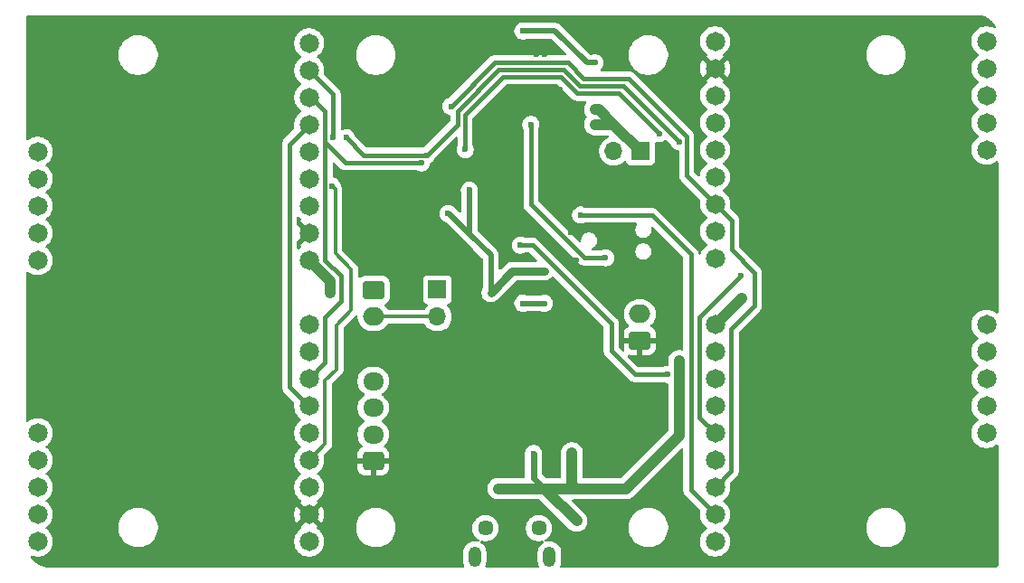
<source format=gbl>
G04 #@! TF.GenerationSoftware,KiCad,Pcbnew,9.0.0*
G04 #@! TF.CreationDate,2025-03-19T00:34:00-07:00*
G04 #@! TF.ProjectId,Telemetry_STM32_V3,54656c65-6d65-4747-9279-5f53544d3332,rev?*
G04 #@! TF.SameCoordinates,Original*
G04 #@! TF.FileFunction,Copper,L4,Bot*
G04 #@! TF.FilePolarity,Positive*
%FSLAX46Y46*%
G04 Gerber Fmt 4.6, Leading zero omitted, Abs format (unit mm)*
G04 Created by KiCad (PCBNEW 9.0.0) date 2025-03-19 00:34:00*
%MOMM*%
%LPD*%
G01*
G04 APERTURE LIST*
G04 Aperture macros list*
%AMRoundRect*
0 Rectangle with rounded corners*
0 $1 Rounding radius*
0 $2 $3 $4 $5 $6 $7 $8 $9 X,Y pos of 4 corners*
0 Add a 4 corners polygon primitive as box body*
4,1,4,$2,$3,$4,$5,$6,$7,$8,$9,$2,$3,0*
0 Add four circle primitives for the rounded corners*
1,1,$1+$1,$2,$3*
1,1,$1+$1,$4,$5*
1,1,$1+$1,$6,$7*
1,1,$1+$1,$8,$9*
0 Add four rect primitives between the rounded corners*
20,1,$1+$1,$2,$3,$4,$5,0*
20,1,$1+$1,$4,$5,$6,$7,0*
20,1,$1+$1,$6,$7,$8,$9,0*
20,1,$1+$1,$8,$9,$2,$3,0*%
G04 Aperture macros list end*
G04 #@! TA.AperFunction,ComponentPad*
%ADD10RoundRect,0.250000X0.750000X-0.600000X0.750000X0.600000X-0.750000X0.600000X-0.750000X-0.600000X0*%
G04 #@! TD*
G04 #@! TA.AperFunction,ComponentPad*
%ADD11O,2.000000X1.700000*%
G04 #@! TD*
G04 #@! TA.AperFunction,ComponentPad*
%ADD12C,1.810000*%
G04 #@! TD*
G04 #@! TA.AperFunction,ComponentPad*
%ADD13R,1.700000X1.700000*%
G04 #@! TD*
G04 #@! TA.AperFunction,ComponentPad*
%ADD14O,1.700000X1.700000*%
G04 #@! TD*
G04 #@! TA.AperFunction,ComponentPad*
%ADD15O,1.200000X1.900000*%
G04 #@! TD*
G04 #@! TA.AperFunction,ComponentPad*
%ADD16C,1.450000*%
G04 #@! TD*
G04 #@! TA.AperFunction,ComponentPad*
%ADD17RoundRect,0.250000X-0.750000X0.600000X-0.750000X-0.600000X0.750000X-0.600000X0.750000X0.600000X0*%
G04 #@! TD*
G04 #@! TA.AperFunction,ComponentPad*
%ADD18RoundRect,0.250000X0.725000X-0.600000X0.725000X0.600000X-0.725000X0.600000X-0.725000X-0.600000X0*%
G04 #@! TD*
G04 #@! TA.AperFunction,ComponentPad*
%ADD19O,1.950000X1.700000*%
G04 #@! TD*
G04 #@! TA.AperFunction,ViaPad*
%ADD20C,0.700000*%
G04 #@! TD*
G04 #@! TA.AperFunction,ViaPad*
%ADD21C,0.600000*%
G04 #@! TD*
G04 #@! TA.AperFunction,Conductor*
%ADD22C,1.000000*%
G04 #@! TD*
G04 #@! TA.AperFunction,Conductor*
%ADD23C,0.600000*%
G04 #@! TD*
G04 #@! TA.AperFunction,Conductor*
%ADD24C,0.500000*%
G04 #@! TD*
G04 #@! TA.AperFunction,Conductor*
%ADD25C,0.750000*%
G04 #@! TD*
G04 #@! TA.AperFunction,Conductor*
%ADD26C,0.400000*%
G04 #@! TD*
G04 #@! TA.AperFunction,Conductor*
%ADD27C,0.300000*%
G04 #@! TD*
G04 APERTURE END LIST*
D10*
X161950000Y-116500000D03*
D11*
X161950000Y-114000000D03*
D12*
X131000000Y-108960000D03*
X131000000Y-106420000D03*
X131000000Y-103880000D03*
X131000000Y-101340000D03*
X131000000Y-98800000D03*
X131000000Y-96260000D03*
X131000000Y-93720000D03*
X131000000Y-91180000D03*
X131000000Y-88640000D03*
X105600000Y-108960000D03*
X105600000Y-106420000D03*
X105600000Y-103880000D03*
X105600000Y-101340000D03*
X105600000Y-98800000D03*
D13*
X143000000Y-111725000D03*
D14*
X143000000Y-114265000D03*
D12*
X169000000Y-115000000D03*
X169000000Y-117540000D03*
X169000000Y-120080000D03*
X169000000Y-122620000D03*
X169000000Y-125160000D03*
X169000000Y-127700000D03*
X169000000Y-130240000D03*
X169000000Y-132780000D03*
X169000000Y-135320000D03*
X194400000Y-115000000D03*
X194400000Y-117540000D03*
X194400000Y-120080000D03*
X194400000Y-122620000D03*
X194400000Y-125160000D03*
X169000000Y-88460000D03*
X169000000Y-91000000D03*
X169000000Y-93540000D03*
X169000000Y-96080000D03*
X169000000Y-98620000D03*
X169000000Y-101160000D03*
X169000000Y-103700000D03*
X169000000Y-106240000D03*
X169000000Y-108780000D03*
X194400000Y-88460000D03*
X194400000Y-91000000D03*
X194400000Y-93540000D03*
X194400000Y-96080000D03*
X194400000Y-98620000D03*
D15*
X146500000Y-136750000D03*
D16*
X147500000Y-134050000D03*
X152500000Y-134050000D03*
D15*
X153500000Y-136750000D03*
D17*
X137050000Y-111750000D03*
D11*
X137050000Y-114250000D03*
D13*
X162025000Y-98750000D03*
D14*
X159485000Y-98750000D03*
D18*
X137000000Y-127787500D03*
D19*
X137000000Y-125287500D03*
X137000000Y-122787500D03*
X137000000Y-120287500D03*
D12*
X131000000Y-135320000D03*
X131000000Y-132780000D03*
X131000000Y-130240000D03*
X131000000Y-127700000D03*
X131000000Y-125160000D03*
X131000000Y-122620000D03*
X131000000Y-120080000D03*
X131000000Y-117540000D03*
X131000000Y-115000000D03*
X105600000Y-135320000D03*
X105600000Y-132780000D03*
X105600000Y-130240000D03*
X105600000Y-127700000D03*
X105600000Y-125160000D03*
D20*
X157500000Y-133400000D03*
D21*
X148250000Y-100000000D03*
D20*
X160768170Y-123400000D03*
D21*
X158500000Y-89250000D03*
X139000000Y-106750000D03*
X138750000Y-102750000D03*
X143500000Y-134750000D03*
X142500000Y-118750000D03*
X149000000Y-97250000D03*
X158500000Y-87750000D03*
X157750000Y-89250000D03*
X161000000Y-108800000D03*
X149000000Y-102500000D03*
D20*
X160768170Y-122200000D03*
D21*
X149500000Y-113750000D03*
D20*
X157668170Y-127400000D03*
D21*
X145250000Y-125500000D03*
X148250000Y-88750000D03*
X149000000Y-100000000D03*
X142250000Y-89750000D03*
X142250000Y-89000000D03*
X165250000Y-129000000D03*
X154500000Y-93000000D03*
X165250000Y-130500000D03*
X164500000Y-129000000D03*
X147500000Y-97250000D03*
X141750000Y-118750000D03*
X139750000Y-106000000D03*
X139750000Y-106750000D03*
X149500000Y-113000000D03*
X146000000Y-126250000D03*
X143250000Y-118750000D03*
X165250000Y-129750000D03*
X157750000Y-87750000D03*
X147500000Y-100000000D03*
X146750000Y-125500000D03*
D20*
X158400000Y-133400000D03*
D21*
X154400000Y-97250000D03*
D20*
X158768170Y-127400000D03*
X162668170Y-123800000D03*
D21*
X148250000Y-97250000D03*
X156000000Y-109000000D03*
X143000000Y-89750000D03*
X146750000Y-126250000D03*
X145250000Y-126250000D03*
X157750000Y-88500000D03*
D20*
X163500000Y-123800000D03*
D21*
X162750000Y-102200000D03*
X148250000Y-89500000D03*
X146000000Y-125500000D03*
X152250000Y-89700000D03*
X154500000Y-93750000D03*
X143000000Y-88250000D03*
X142750000Y-134000000D03*
D20*
X159568170Y-121100000D03*
D21*
X158500000Y-88500000D03*
X143500000Y-134000000D03*
X153000000Y-89700000D03*
X143000000Y-89000000D03*
X144250000Y-134000000D03*
X138250000Y-106000000D03*
X164500000Y-129750000D03*
X144250000Y-134750000D03*
X155475000Y-106350000D03*
X139000000Y-106000000D03*
X148250000Y-102500000D03*
D20*
X156768170Y-121100000D03*
D21*
X149500000Y-114500000D03*
X142750000Y-134750000D03*
X162750000Y-101400000D03*
X147500000Y-102500000D03*
X138250000Y-106750000D03*
X142250000Y-88250000D03*
X152000000Y-127062500D03*
X148700000Y-130362500D03*
X133000000Y-112000000D03*
X165625000Y-118375000D03*
X156050000Y-133400000D03*
X171500000Y-112500000D03*
X155600000Y-127000000D03*
X148000000Y-112000000D03*
X151000000Y-87500000D03*
X157750000Y-96250000D03*
X157750000Y-94850000D03*
X143980000Y-104600000D03*
X153000000Y-110000000D03*
X146000000Y-102400000D03*
X157750000Y-90475000D03*
X156412500Y-104737500D03*
X151000000Y-113000000D03*
X153000000Y-113000000D03*
X134500000Y-97500000D03*
X165637500Y-97862500D03*
X142003753Y-99130000D03*
X145600000Y-98600000D03*
X171425000Y-110400000D03*
X163779239Y-97110000D03*
X133250000Y-97500000D03*
X144275000Y-94550000D03*
X141500000Y-99847283D03*
X164525000Y-119675000D03*
X150775000Y-107550000D03*
X133150000Y-102000000D03*
X151750000Y-96250000D03*
X158750000Y-108750000D03*
D22*
X133000000Y-112000000D02*
X133000000Y-110960000D01*
X137175430Y-125287500D02*
X137000000Y-125287500D01*
X165625000Y-118375000D02*
X165625000Y-125375000D01*
X155600000Y-129962500D02*
X156000000Y-130362500D01*
D23*
X152000000Y-129350000D02*
X153012500Y-130362500D01*
D22*
X148700000Y-130362500D02*
X153012500Y-130362500D01*
X131000000Y-108960000D02*
X131000000Y-108780000D01*
X165625000Y-125375000D02*
X160637500Y-130362500D01*
X133000000Y-110960000D02*
X131000000Y-108960000D01*
X160637500Y-130362500D02*
X156000000Y-130362500D01*
X156050000Y-133400000D02*
X153012500Y-130362500D01*
X155600000Y-127000000D02*
X155600000Y-129962500D01*
X156000000Y-130362500D02*
X153047425Y-130362500D01*
D23*
X152000000Y-127062500D02*
X152000000Y-129350000D01*
D22*
X171500000Y-112500000D02*
X169000000Y-115000000D01*
X159500000Y-96250000D02*
X157750000Y-96250000D01*
X162000000Y-98750000D02*
X159500000Y-96250000D01*
D24*
X157750000Y-90475000D02*
X156975000Y-90475000D01*
D25*
X150000000Y-110000000D02*
X148000000Y-112000000D01*
D22*
X162025000Y-98750000D02*
X162000000Y-98750000D01*
D24*
X143980000Y-104600000D02*
X144100000Y-104600000D01*
X146050000Y-106550000D02*
X148000000Y-108500000D01*
X146000000Y-102400000D02*
X146000000Y-106500000D01*
D22*
X158100000Y-94850000D02*
X157750000Y-94850000D01*
D24*
X146000000Y-106500000D02*
X146050000Y-106550000D01*
X148000000Y-108500000D02*
X148000000Y-112000000D01*
D22*
X159500000Y-96250000D02*
X158100000Y-94850000D01*
D24*
X154000000Y-87500000D02*
X151000000Y-87500000D01*
X144100000Y-104600000D02*
X146050000Y-106550000D01*
D25*
X153000000Y-110000000D02*
X150000000Y-110000000D01*
D24*
X156975000Y-90475000D02*
X154000000Y-87500000D01*
D26*
X163075000Y-104750000D02*
X166725000Y-108400000D01*
X156412500Y-104737500D02*
X156425000Y-104750000D01*
X166725000Y-108400000D02*
X166725000Y-130505000D01*
X156425000Y-104750000D02*
X163075000Y-104750000D01*
X166725000Y-130505000D02*
X169000000Y-132780000D01*
D24*
X153000000Y-113000000D02*
X151000000Y-113000000D01*
D26*
X144900000Y-94963236D02*
X144900000Y-96233753D01*
X131000000Y-122620000D02*
X130970000Y-122620000D01*
X142003753Y-99130000D02*
X136130000Y-99130000D01*
X129150000Y-98110000D02*
X131000000Y-96260000D01*
X148738236Y-91125000D02*
X144900000Y-94963236D01*
X154850000Y-91125000D02*
X148738236Y-91125000D01*
X129150000Y-120800000D02*
X129150000Y-98110000D01*
X165637500Y-97862500D02*
X160425000Y-92650000D01*
X130970000Y-122620000D02*
X129150000Y-120800000D01*
X160425000Y-92650000D02*
X156375000Y-92650000D01*
X136130000Y-99130000D02*
X134500000Y-97500000D01*
X144900000Y-96233753D02*
X142003753Y-99130000D01*
X156375000Y-92650000D02*
X154850000Y-91125000D01*
X131000000Y-96260000D02*
X131000000Y-96080000D01*
X163779238Y-97110000D02*
X160019238Y-93350000D01*
X156125000Y-93350000D02*
X154575000Y-91800000D01*
X145600000Y-95375000D02*
X145600000Y-98600000D01*
X163779239Y-97110000D02*
X163779238Y-97110000D01*
X149175000Y-91800000D02*
X145600000Y-95375000D01*
X167550000Y-114325000D02*
X167550000Y-123710000D01*
X160019238Y-93350000D02*
X156125000Y-93350000D01*
X171425000Y-110400000D02*
X171425000Y-110450000D01*
X171425000Y-110450000D02*
X167550000Y-114325000D01*
X154575000Y-91800000D02*
X149175000Y-91800000D01*
X167550000Y-123710000D02*
X169000000Y-125160000D01*
X133250000Y-97500000D02*
X133250000Y-93430000D01*
X133250000Y-93430000D02*
X131000000Y-91180000D01*
X133975000Y-112800000D02*
X132500000Y-114275000D01*
X166337500Y-97362500D02*
X166337500Y-101037500D01*
X172650000Y-113250000D02*
X170500000Y-115400000D01*
X134447283Y-99847283D02*
X132500000Y-97900000D01*
X160950000Y-91975000D02*
X166337500Y-97362500D01*
X132500000Y-95040000D02*
X132500000Y-97900000D01*
X131000000Y-93540000D02*
X132500000Y-95040000D01*
X166337500Y-101037500D02*
X169000000Y-103700000D01*
X170500000Y-115400000D02*
X170500000Y-128740000D01*
X156700000Y-91975000D02*
X160950000Y-91975000D01*
X132500000Y-97900000D02*
X132500000Y-108975000D01*
X169000000Y-103700000D02*
X170525000Y-105225000D01*
X132500000Y-114275000D02*
X132500000Y-118580000D01*
X148350000Y-90475000D02*
X155200000Y-90475000D01*
X133975000Y-110450000D02*
X133975000Y-112800000D01*
X141500000Y-99847283D02*
X134447283Y-99847283D01*
X170500000Y-128740000D02*
X169000000Y-130240000D01*
X132500000Y-118580000D02*
X131000000Y-120080000D01*
X172650000Y-110125000D02*
X172650000Y-113250000D01*
X155200000Y-90475000D02*
X156700000Y-91975000D01*
X170525000Y-105225000D02*
X170525000Y-108000000D01*
X132500000Y-108975000D02*
X133975000Y-110450000D01*
X170525000Y-108000000D02*
X172650000Y-110125000D01*
X144275000Y-94550000D02*
X148350000Y-90475000D01*
X159275000Y-114900000D02*
X159275000Y-117450000D01*
X161500000Y-119675000D02*
X164525000Y-119675000D01*
X151925000Y-107550000D02*
X159275000Y-114900000D01*
X150775000Y-107550000D02*
X151925000Y-107550000D01*
X159275000Y-117450000D02*
X161500000Y-119675000D01*
D27*
X133550000Y-119200000D02*
X132500000Y-120250000D01*
X132500000Y-120250000D02*
X132500000Y-126200000D01*
X133450000Y-108325000D02*
X134950000Y-109825000D01*
X134950000Y-113650000D02*
X133550000Y-115050000D01*
X133150000Y-102000000D02*
X133450000Y-102300000D01*
X133450000Y-102300000D02*
X133450000Y-108325000D01*
X132500000Y-126200000D02*
X131000000Y-127700000D01*
X133550000Y-115050000D02*
X133550000Y-119200000D01*
X134950000Y-109825000D02*
X134950000Y-113650000D01*
D26*
X151750000Y-96250000D02*
X151750000Y-103739950D01*
X156760050Y-108750000D02*
X158750000Y-108750000D01*
X151750000Y-103739950D02*
X156760050Y-108750000D01*
D27*
X143000000Y-114265000D02*
X137065000Y-114265000D01*
X137065000Y-114265000D02*
X137050000Y-114250000D01*
G04 #@! TA.AperFunction,Conductor*
G36*
X130557370Y-106603343D02*
G01*
X130619905Y-106711657D01*
X130708343Y-106800095D01*
X130816657Y-106862630D01*
X130891001Y-106882550D01*
X130198905Y-107574646D01*
X130219175Y-107589373D01*
X130235272Y-107610248D01*
X130254195Y-107628598D01*
X130256270Y-107637480D01*
X130261840Y-107644703D01*
X130264095Y-107670965D01*
X130270094Y-107696634D01*
X130267038Y-107705227D01*
X130267819Y-107714317D01*
X130255516Y-107737631D01*
X130246687Y-107762466D01*
X130237627Y-107771535D01*
X130235213Y-107776112D01*
X130222117Y-107787804D01*
X130220656Y-107788932D01*
X130084378Y-107887945D01*
X130056584Y-107915738D01*
X130050328Y-107920574D01*
X130024855Y-107930523D01*
X130000858Y-107943627D01*
X129992785Y-107943049D01*
X129985247Y-107945994D01*
X129958444Y-107940593D01*
X129931166Y-107938643D01*
X129924686Y-107933792D01*
X129916754Y-107932194D01*
X129897123Y-107913158D01*
X129875233Y-107896771D01*
X129872405Y-107889188D01*
X129866594Y-107883554D01*
X129860371Y-107856925D01*
X129850816Y-107831307D01*
X129850500Y-107822461D01*
X129850500Y-107267308D01*
X129870185Y-107200269D01*
X129886819Y-107179627D01*
X130537449Y-106528996D01*
X130557370Y-106603343D01*
G37*
G04 #@! TD.AperFunction*
G04 #@! TA.AperFunction,Conductor*
G36*
X130005256Y-104900787D02*
G01*
X130019615Y-104902037D01*
X130050328Y-104919426D01*
X130056584Y-104924261D01*
X130084378Y-104952055D01*
X130220678Y-105051082D01*
X130222117Y-105052195D01*
X130241589Y-105079058D01*
X130261840Y-105105320D01*
X130262003Y-105107221D01*
X130263123Y-105108766D01*
X130264981Y-105141891D01*
X130267819Y-105174933D01*
X130266929Y-105176619D01*
X130267036Y-105178526D01*
X130250682Y-105207410D01*
X130235213Y-105236728D01*
X130233552Y-105237665D01*
X130232612Y-105239327D01*
X130219174Y-105250626D01*
X130198906Y-105265351D01*
X130198906Y-105265352D01*
X130891003Y-105957449D01*
X130816657Y-105977370D01*
X130708343Y-106039905D01*
X130619905Y-106128343D01*
X130557370Y-106236657D01*
X130537449Y-106311003D01*
X129886819Y-105660373D01*
X129853334Y-105599050D01*
X129850500Y-105572692D01*
X129850500Y-105017539D01*
X129854560Y-105003711D01*
X129853753Y-104989321D01*
X129864208Y-104970854D01*
X129870185Y-104950500D01*
X129881075Y-104941063D01*
X129888177Y-104928520D01*
X129906955Y-104918637D01*
X129922989Y-104904745D01*
X129937253Y-104902693D01*
X129950008Y-104895982D01*
X129971145Y-104897820D01*
X129992147Y-104894801D01*
X130005256Y-104900787D01*
G37*
G04 #@! TD.AperFunction*
G04 #@! TA.AperFunction,Conductor*
G36*
X193504043Y-86000765D02*
G01*
X193752895Y-86017075D01*
X193768953Y-86019190D01*
X193976105Y-86060395D01*
X194009535Y-86067045D01*
X194025202Y-86071243D01*
X194194947Y-86128863D01*
X194257481Y-86150091D01*
X194272458Y-86156294D01*
X194442927Y-86240360D01*
X194492460Y-86264787D01*
X194506508Y-86272897D01*
X194710464Y-86409177D01*
X194723328Y-86419048D01*
X194907749Y-86580781D01*
X194919218Y-86592250D01*
X195080951Y-86776671D01*
X195090825Y-86789539D01*
X195227102Y-86993492D01*
X195235212Y-87007539D01*
X195268089Y-87074206D01*
X195280086Y-87143038D01*
X195252964Y-87207429D01*
X195195336Y-87246935D01*
X195125497Y-87249014D01*
X195100582Y-87239535D01*
X194939529Y-87157473D01*
X194729122Y-87089107D01*
X194510620Y-87054500D01*
X194510615Y-87054500D01*
X194289385Y-87054500D01*
X194289380Y-87054500D01*
X194070877Y-87089107D01*
X193860470Y-87157473D01*
X193663356Y-87257909D01*
X193561242Y-87332099D01*
X193484378Y-87387945D01*
X193484376Y-87387947D01*
X193484375Y-87387947D01*
X193327947Y-87544375D01*
X193327947Y-87544376D01*
X193327945Y-87544378D01*
X193302903Y-87578846D01*
X193197909Y-87723356D01*
X193097473Y-87920470D01*
X193029107Y-88130877D01*
X192994500Y-88349379D01*
X192994500Y-88570620D01*
X193029107Y-88789122D01*
X193097473Y-88999529D01*
X193176128Y-89153895D01*
X193197909Y-89196643D01*
X193327945Y-89375622D01*
X193484378Y-89532055D01*
X193617415Y-89628712D01*
X193618750Y-89629682D01*
X193661415Y-89685012D01*
X193667394Y-89754626D01*
X193634788Y-89816421D01*
X193618750Y-89830317D01*
X193484378Y-89927945D01*
X193484376Y-89927947D01*
X193484375Y-89927947D01*
X193327947Y-90084375D01*
X193327947Y-90084376D01*
X193327945Y-90084378D01*
X193319627Y-90095827D01*
X193197909Y-90263356D01*
X193097473Y-90460470D01*
X193029107Y-90670877D01*
X192994500Y-90889379D01*
X192994500Y-91110620D01*
X193029107Y-91329122D01*
X193097473Y-91539529D01*
X193128540Y-91600500D01*
X193197909Y-91736643D01*
X193327945Y-91915622D01*
X193484378Y-92072055D01*
X193598055Y-92154646D01*
X193618750Y-92169682D01*
X193661415Y-92225012D01*
X193667394Y-92294626D01*
X193634788Y-92356421D01*
X193618750Y-92370317D01*
X193484378Y-92467945D01*
X193484376Y-92467947D01*
X193484375Y-92467947D01*
X193327947Y-92624375D01*
X193327947Y-92624376D01*
X193327945Y-92624378D01*
X193310823Y-92647945D01*
X193197909Y-92803356D01*
X193097473Y-93000470D01*
X193029107Y-93210877D01*
X192994500Y-93429379D01*
X192994500Y-93650620D01*
X193029107Y-93869122D01*
X193097473Y-94079529D01*
X193165084Y-94212221D01*
X193197909Y-94276643D01*
X193327945Y-94455622D01*
X193484378Y-94612055D01*
X193618750Y-94709682D01*
X193661415Y-94765012D01*
X193667394Y-94834626D01*
X193634788Y-94896421D01*
X193618750Y-94910317D01*
X193484378Y-95007945D01*
X193484376Y-95007947D01*
X193484375Y-95007947D01*
X193327947Y-95164375D01*
X193327947Y-95164376D01*
X193327945Y-95164378D01*
X193322563Y-95171786D01*
X193197909Y-95343356D01*
X193097473Y-95540470D01*
X193029107Y-95750877D01*
X192994500Y-95969379D01*
X192994500Y-96190620D01*
X193029107Y-96409122D01*
X193097473Y-96619529D01*
X193184403Y-96790137D01*
X193197909Y-96816643D01*
X193327945Y-96995622D01*
X193484378Y-97152055D01*
X193617957Y-97249106D01*
X193618750Y-97249682D01*
X193661415Y-97305012D01*
X193667394Y-97374626D01*
X193634788Y-97436421D01*
X193618750Y-97450317D01*
X193484378Y-97547945D01*
X193484376Y-97547947D01*
X193484375Y-97547947D01*
X193327947Y-97704375D01*
X193327947Y-97704376D01*
X193327945Y-97704378D01*
X193310823Y-97727945D01*
X193197909Y-97883356D01*
X193097473Y-98080470D01*
X193029107Y-98290877D01*
X192994500Y-98509379D01*
X192994500Y-98730620D01*
X193029107Y-98949122D01*
X193097473Y-99159529D01*
X193189187Y-99339525D01*
X193197909Y-99356643D01*
X193327945Y-99535622D01*
X193484378Y-99692055D01*
X193663357Y-99822091D01*
X193708342Y-99845012D01*
X193860470Y-99922526D01*
X193860472Y-99922526D01*
X193860475Y-99922528D01*
X193964790Y-99956422D01*
X194070877Y-99990892D01*
X194289380Y-100025500D01*
X194289385Y-100025500D01*
X194510620Y-100025500D01*
X194729122Y-99990892D01*
X194773659Y-99976421D01*
X194939525Y-99922528D01*
X195136643Y-99822091D01*
X195302616Y-99701504D01*
X195368421Y-99678025D01*
X195436474Y-99693850D01*
X195485169Y-99743956D01*
X195499500Y-99801823D01*
X195499500Y-113818176D01*
X195479815Y-113885215D01*
X195427011Y-113930970D01*
X195357853Y-113940914D01*
X195302615Y-113918494D01*
X195136646Y-113797911D01*
X195136645Y-113797910D01*
X195136643Y-113797909D01*
X195043598Y-113750500D01*
X194939529Y-113697473D01*
X194729122Y-113629107D01*
X194510620Y-113594500D01*
X194510615Y-113594500D01*
X194289385Y-113594500D01*
X194289380Y-113594500D01*
X194070877Y-113629107D01*
X193860470Y-113697473D01*
X193663356Y-113797909D01*
X193621311Y-113828457D01*
X193484378Y-113927945D01*
X193484376Y-113927947D01*
X193484375Y-113927947D01*
X193327947Y-114084375D01*
X193327947Y-114084376D01*
X193327945Y-114084378D01*
X193277633Y-114153626D01*
X193197909Y-114263356D01*
X193097473Y-114460470D01*
X193029107Y-114670877D01*
X192994500Y-114889379D01*
X192994500Y-115110620D01*
X193029107Y-115329122D01*
X193097473Y-115539529D01*
X193166235Y-115674480D01*
X193197909Y-115736643D01*
X193327945Y-115915622D01*
X193484378Y-116072055D01*
X193574509Y-116137539D01*
X193618750Y-116169682D01*
X193661415Y-116225012D01*
X193667394Y-116294626D01*
X193634788Y-116356421D01*
X193618750Y-116370317D01*
X193484378Y-116467945D01*
X193484376Y-116467947D01*
X193484375Y-116467947D01*
X193327947Y-116624375D01*
X193327947Y-116624376D01*
X193327945Y-116624378D01*
X193300501Y-116662152D01*
X193197909Y-116803356D01*
X193097473Y-117000470D01*
X193029107Y-117210877D01*
X192994500Y-117429379D01*
X192994500Y-117650620D01*
X193029107Y-117869122D01*
X193097473Y-118079529D01*
X193197814Y-118276456D01*
X193197909Y-118276643D01*
X193327945Y-118455622D01*
X193484378Y-118612055D01*
X193574509Y-118677539D01*
X193618750Y-118709682D01*
X193661415Y-118765012D01*
X193667394Y-118834626D01*
X193634788Y-118896421D01*
X193618750Y-118910317D01*
X193484378Y-119007945D01*
X193484376Y-119007947D01*
X193484375Y-119007947D01*
X193327947Y-119164375D01*
X193327947Y-119164376D01*
X193327945Y-119164378D01*
X193300501Y-119202152D01*
X193197909Y-119343356D01*
X193097473Y-119540470D01*
X193029107Y-119750877D01*
X192994500Y-119969379D01*
X192994500Y-120190620D01*
X193029107Y-120409122D01*
X193097473Y-120619529D01*
X193192441Y-120805912D01*
X193197909Y-120816643D01*
X193327945Y-120995622D01*
X193484378Y-121152055D01*
X193614432Y-121246545D01*
X193618750Y-121249682D01*
X193661415Y-121305012D01*
X193667394Y-121374626D01*
X193634788Y-121436421D01*
X193618750Y-121450317D01*
X193484378Y-121547945D01*
X193484376Y-121547947D01*
X193484375Y-121547947D01*
X193327947Y-121704375D01*
X193327947Y-121704376D01*
X193327945Y-121704378D01*
X193289427Y-121757394D01*
X193197909Y-121883356D01*
X193097473Y-122080470D01*
X193029107Y-122290877D01*
X192994500Y-122509379D01*
X192994500Y-122730620D01*
X193029107Y-122949122D01*
X193097473Y-123159529D01*
X193172060Y-123305912D01*
X193197909Y-123356643D01*
X193327945Y-123535622D01*
X193484378Y-123692055D01*
X193617960Y-123789108D01*
X193618750Y-123789682D01*
X193661415Y-123845012D01*
X193667394Y-123914626D01*
X193634788Y-123976421D01*
X193618750Y-123990317D01*
X193484378Y-124087945D01*
X193484376Y-124087947D01*
X193484375Y-124087947D01*
X193327947Y-124244375D01*
X193327947Y-124244376D01*
X193327945Y-124244378D01*
X193318487Y-124257396D01*
X193197909Y-124423356D01*
X193097473Y-124620470D01*
X193029107Y-124830877D01*
X192994500Y-125049379D01*
X192994500Y-125270620D01*
X193029107Y-125489122D01*
X193097473Y-125699529D01*
X193151679Y-125805912D01*
X193197909Y-125896643D01*
X193327945Y-126075622D01*
X193484378Y-126232055D01*
X193663357Y-126362091D01*
X193717629Y-126389744D01*
X193860470Y-126462526D01*
X193860472Y-126462526D01*
X193860475Y-126462528D01*
X193955526Y-126493412D01*
X194070877Y-126530892D01*
X194289380Y-126565500D01*
X194289385Y-126565500D01*
X194510620Y-126565500D01*
X194729122Y-126530892D01*
X194799182Y-126508128D01*
X194939525Y-126462528D01*
X195136643Y-126362091D01*
X195302616Y-126241504D01*
X195368421Y-126218025D01*
X195436474Y-126233850D01*
X195485169Y-126283956D01*
X195499500Y-126341823D01*
X195499500Y-137490243D01*
X195497973Y-137509641D01*
X195490361Y-137557702D01*
X195478372Y-137594600D01*
X195460766Y-137629153D01*
X195437963Y-137660538D01*
X195410538Y-137687963D01*
X195379153Y-137710766D01*
X195344600Y-137728372D01*
X195307702Y-137740361D01*
X195272884Y-137745875D01*
X195259640Y-137747973D01*
X195240244Y-137749500D01*
X154606533Y-137749500D01*
X154539494Y-137729815D01*
X154493739Y-137677011D01*
X154483795Y-137607853D01*
X154496048Y-137569206D01*
X154519870Y-137522450D01*
X154519873Y-137522445D01*
X154573402Y-137357701D01*
X154600500Y-137186611D01*
X154600500Y-136313389D01*
X154573402Y-136142299D01*
X154519873Y-135977555D01*
X154441232Y-135823212D01*
X154339414Y-135683072D01*
X154216928Y-135560586D01*
X154076788Y-135458768D01*
X153922445Y-135380127D01*
X153757701Y-135326598D01*
X153757699Y-135326597D01*
X153757698Y-135326597D01*
X153626271Y-135305781D01*
X153586611Y-135299500D01*
X153413389Y-135299500D01*
X153381192Y-135304599D01*
X153242301Y-135326597D01*
X153242299Y-135326597D01*
X153227207Y-135331501D01*
X153157366Y-135333493D01*
X153097535Y-135297409D01*
X153066710Y-135234707D01*
X153074678Y-135165293D01*
X153118909Y-135111206D01*
X153132591Y-135103088D01*
X153142302Y-135098141D01*
X153298359Y-134984759D01*
X153434759Y-134848359D01*
X153548141Y-134692302D01*
X153635715Y-134520429D01*
X153695324Y-134336972D01*
X153725500Y-134146449D01*
X153725500Y-133953551D01*
X153695324Y-133763028D01*
X153635715Y-133579571D01*
X153548141Y-133407698D01*
X153434759Y-133251641D01*
X153298359Y-133115241D01*
X153142302Y-133001859D01*
X152970429Y-132914285D01*
X152786972Y-132854676D01*
X152786970Y-132854675D01*
X152786969Y-132854675D01*
X152640614Y-132831495D01*
X152596449Y-132824500D01*
X152403551Y-132824500D01*
X152367697Y-132830178D01*
X152213030Y-132854675D01*
X152029568Y-132914286D01*
X151857697Y-133001859D01*
X151768661Y-133066547D01*
X151701641Y-133115241D01*
X151701639Y-133115243D01*
X151701638Y-133115243D01*
X151565243Y-133251638D01*
X151565243Y-133251639D01*
X151565241Y-133251641D01*
X151516547Y-133318661D01*
X151451859Y-133407697D01*
X151364286Y-133579568D01*
X151304675Y-133763030D01*
X151274500Y-133953551D01*
X151274500Y-134146448D01*
X151304675Y-134336969D01*
X151304676Y-134336972D01*
X151364285Y-134520429D01*
X151451859Y-134692302D01*
X151565241Y-134848359D01*
X151701641Y-134984759D01*
X151857698Y-135098141D01*
X152029571Y-135185715D01*
X152213028Y-135245324D01*
X152403551Y-135275500D01*
X152403552Y-135275500D01*
X152596448Y-135275500D01*
X152596449Y-135275500D01*
X152786972Y-135245324D01*
X152822020Y-135233935D01*
X152891858Y-135231940D01*
X152951691Y-135268020D01*
X152982520Y-135330721D01*
X152974556Y-135400135D01*
X152930328Y-135454225D01*
X152925132Y-135457590D01*
X152923223Y-135458759D01*
X152866461Y-135500000D01*
X152783072Y-135560586D01*
X152783070Y-135560588D01*
X152783069Y-135560588D01*
X152660588Y-135683069D01*
X152660588Y-135683070D01*
X152660586Y-135683072D01*
X152616859Y-135743256D01*
X152558768Y-135823211D01*
X152480128Y-135977552D01*
X152426597Y-136142302D01*
X152399500Y-136313389D01*
X152399500Y-137186610D01*
X152424851Y-137346676D01*
X152426598Y-137357701D01*
X152470180Y-137491833D01*
X152480129Y-137522450D01*
X152503952Y-137569206D01*
X152516848Y-137637875D01*
X152490571Y-137702615D01*
X152433465Y-137742872D01*
X152393467Y-137749500D01*
X147606533Y-137749500D01*
X147539494Y-137729815D01*
X147493739Y-137677011D01*
X147483795Y-137607853D01*
X147496048Y-137569206D01*
X147519870Y-137522450D01*
X147519873Y-137522445D01*
X147573402Y-137357701D01*
X147600500Y-137186611D01*
X147600500Y-136313389D01*
X147573402Y-136142299D01*
X147519873Y-135977555D01*
X147441232Y-135823212D01*
X147339414Y-135683072D01*
X147216928Y-135560586D01*
X147133539Y-135500000D01*
X147076786Y-135458766D01*
X147074874Y-135457595D01*
X147074299Y-135456960D01*
X147072846Y-135455904D01*
X147073067Y-135455598D01*
X147027998Y-135405784D01*
X147016575Y-135336854D01*
X147044231Y-135272691D01*
X147102187Y-135233666D01*
X147172040Y-135232169D01*
X147177952Y-135233927D01*
X147213028Y-135245324D01*
X147403551Y-135275500D01*
X147403552Y-135275500D01*
X147596448Y-135275500D01*
X147596449Y-135275500D01*
X147786972Y-135245324D01*
X147970429Y-135185715D01*
X148142302Y-135098141D01*
X148298359Y-134984759D01*
X148434759Y-134848359D01*
X148548141Y-134692302D01*
X148635715Y-134520429D01*
X148695324Y-134336972D01*
X148725500Y-134146449D01*
X148725500Y-133953551D01*
X148695324Y-133763028D01*
X148635715Y-133579571D01*
X148548141Y-133407698D01*
X148434759Y-133251641D01*
X148298359Y-133115241D01*
X148142302Y-133001859D01*
X147970429Y-132914285D01*
X147786972Y-132854676D01*
X147786970Y-132854675D01*
X147786969Y-132854675D01*
X147640614Y-132831495D01*
X147596449Y-132824500D01*
X147403551Y-132824500D01*
X147367697Y-132830178D01*
X147213030Y-132854675D01*
X147029568Y-132914286D01*
X146857697Y-133001859D01*
X146768661Y-133066547D01*
X146701641Y-133115241D01*
X146701639Y-133115243D01*
X146701638Y-133115243D01*
X146565243Y-133251638D01*
X146565243Y-133251639D01*
X146565241Y-133251641D01*
X146516547Y-133318661D01*
X146451859Y-133407697D01*
X146364286Y-133579568D01*
X146304675Y-133763030D01*
X146274500Y-133953551D01*
X146274500Y-134146448D01*
X146304675Y-134336969D01*
X146304676Y-134336972D01*
X146364285Y-134520429D01*
X146451859Y-134692302D01*
X146565241Y-134848359D01*
X146701641Y-134984759D01*
X146857698Y-135098141D01*
X146867394Y-135103081D01*
X146918192Y-135151053D01*
X146934990Y-135218873D01*
X146912456Y-135285009D01*
X146857742Y-135328463D01*
X146788222Y-135335438D01*
X146772790Y-135331500D01*
X146757703Y-135326598D01*
X146757698Y-135326597D01*
X146626271Y-135305781D01*
X146586611Y-135299500D01*
X146413389Y-135299500D01*
X146373728Y-135305781D01*
X146242302Y-135326597D01*
X146077552Y-135380128D01*
X145923211Y-135458768D01*
X145866461Y-135500000D01*
X145783072Y-135560586D01*
X145783070Y-135560588D01*
X145783069Y-135560588D01*
X145660588Y-135683069D01*
X145660588Y-135683070D01*
X145660586Y-135683072D01*
X145616859Y-135743256D01*
X145558768Y-135823211D01*
X145480128Y-135977552D01*
X145426597Y-136142302D01*
X145399500Y-136313389D01*
X145399500Y-137186610D01*
X145424851Y-137346676D01*
X145426598Y-137357701D01*
X145470180Y-137491833D01*
X145480129Y-137522450D01*
X145503952Y-137569206D01*
X145516848Y-137637875D01*
X145490571Y-137702615D01*
X145433465Y-137742872D01*
X145393467Y-137749500D01*
X106753751Y-137749500D01*
X106746264Y-137749274D01*
X106486339Y-137733551D01*
X106471475Y-137731746D01*
X106219034Y-137685485D01*
X106204494Y-137681901D01*
X105959480Y-137605551D01*
X105945480Y-137600242D01*
X105711444Y-137494911D01*
X105698185Y-137487952D01*
X105482723Y-137357701D01*
X105478553Y-137355180D01*
X105466233Y-137346676D01*
X105264207Y-137188398D01*
X105252999Y-137178468D01*
X105071531Y-136997000D01*
X105061601Y-136985792D01*
X104930933Y-136819007D01*
X104905084Y-136754095D01*
X104918433Y-136685512D01*
X104966741Y-136635034D01*
X105034671Y-136618685D01*
X105066858Y-136624602D01*
X105195727Y-136666474D01*
X105270877Y-136690892D01*
X105489380Y-136725500D01*
X105489385Y-136725500D01*
X105710620Y-136725500D01*
X105929122Y-136690892D01*
X105945680Y-136685512D01*
X106139525Y-136622528D01*
X106336643Y-136522091D01*
X106515622Y-136392055D01*
X106672055Y-136235622D01*
X106802091Y-136056643D01*
X106902528Y-135859525D01*
X106970892Y-135649122D01*
X107005500Y-135430620D01*
X107005500Y-135209379D01*
X106970892Y-134990877D01*
X106902526Y-134780470D01*
X106808586Y-134596104D01*
X106802091Y-134583357D01*
X106672055Y-134404378D01*
X106515622Y-134247945D01*
X106381249Y-134150317D01*
X106338584Y-134094988D01*
X106332605Y-134025375D01*
X106365211Y-133963580D01*
X106381250Y-133949682D01*
X106401945Y-133934646D01*
X106478933Y-133878711D01*
X113149500Y-133878711D01*
X113149500Y-134121288D01*
X113177894Y-134336972D01*
X113181162Y-134361789D01*
X113181233Y-134362053D01*
X113243947Y-134596104D01*
X113283794Y-134692302D01*
X113336776Y-134820212D01*
X113458064Y-135030289D01*
X113458066Y-135030292D01*
X113458067Y-135030293D01*
X113605733Y-135222736D01*
X113605739Y-135222743D01*
X113777256Y-135394260D01*
X113777263Y-135394266D01*
X113861324Y-135458768D01*
X113969711Y-135541936D01*
X114179788Y-135663224D01*
X114403900Y-135756054D01*
X114638211Y-135818838D01*
X114818586Y-135842584D01*
X114878711Y-135850500D01*
X114878712Y-135850500D01*
X115121289Y-135850500D01*
X115169388Y-135844167D01*
X115361789Y-135818838D01*
X115596100Y-135756054D01*
X115820212Y-135663224D01*
X116030289Y-135541936D01*
X116222738Y-135394265D01*
X116394265Y-135222738D01*
X116541936Y-135030289D01*
X116663224Y-134820212D01*
X116756054Y-134596100D01*
X116818838Y-134361789D01*
X116850500Y-134121288D01*
X116850500Y-133878712D01*
X116849868Y-133873915D01*
X116826396Y-133695622D01*
X116818838Y-133638211D01*
X116756054Y-133403900D01*
X116663224Y-133179788D01*
X116541936Y-132969711D01*
X116394265Y-132777262D01*
X116394260Y-132777256D01*
X116222743Y-132605739D01*
X116222736Y-132605733D01*
X116030293Y-132458067D01*
X116030292Y-132458066D01*
X116030289Y-132458064D01*
X115820212Y-132336776D01*
X115743498Y-132305000D01*
X115596104Y-132243947D01*
X115361785Y-132181161D01*
X115121289Y-132149500D01*
X115121288Y-132149500D01*
X114878712Y-132149500D01*
X114878711Y-132149500D01*
X114638214Y-132181161D01*
X114403895Y-132243947D01*
X114179794Y-132336773D01*
X114179785Y-132336777D01*
X113969706Y-132458067D01*
X113777263Y-132605733D01*
X113777256Y-132605739D01*
X113605739Y-132777256D01*
X113605733Y-132777263D01*
X113458067Y-132969706D01*
X113336777Y-133179785D01*
X113336773Y-133179794D01*
X113243947Y-133403895D01*
X113181161Y-133638214D01*
X113149500Y-133878711D01*
X106478933Y-133878711D01*
X106515622Y-133852055D01*
X106672055Y-133695622D01*
X106802091Y-133516643D01*
X106902528Y-133319525D01*
X106970892Y-133109122D01*
X106987881Y-133001859D01*
X107005500Y-132890620D01*
X107005500Y-132669379D01*
X106970892Y-132450877D01*
X106903656Y-132243947D01*
X106902528Y-132240475D01*
X106902526Y-132240472D01*
X106902526Y-132240470D01*
X106802226Y-132043622D01*
X106802091Y-132043357D01*
X106672055Y-131864378D01*
X106515622Y-131707945D01*
X106381249Y-131610317D01*
X106338584Y-131554988D01*
X106332605Y-131485375D01*
X106365211Y-131423580D01*
X106381250Y-131409682D01*
X106515622Y-131312055D01*
X106672055Y-131155622D01*
X106802091Y-130976643D01*
X106902528Y-130779525D01*
X106970892Y-130569122D01*
X106988010Y-130461043D01*
X107005500Y-130350620D01*
X107005500Y-130129379D01*
X106970892Y-129910877D01*
X106910405Y-129724718D01*
X106902528Y-129700475D01*
X106902526Y-129700472D01*
X106902526Y-129700470D01*
X106802090Y-129503356D01*
X106782116Y-129475864D01*
X106672055Y-129324378D01*
X106515622Y-129167945D01*
X106381249Y-129070317D01*
X106338584Y-129014988D01*
X106332605Y-128945375D01*
X106365211Y-128883580D01*
X106381250Y-128869682D01*
X106400295Y-128855845D01*
X106515622Y-128772055D01*
X106672055Y-128615622D01*
X106802091Y-128436643D01*
X106902528Y-128239525D01*
X106970892Y-128029122D01*
X107005500Y-127810620D01*
X107005500Y-127589379D01*
X106970892Y-127370877D01*
X106902526Y-127160470D01*
X106802090Y-126963356D01*
X106757117Y-126901456D01*
X106672055Y-126784378D01*
X106515622Y-126627945D01*
X106497357Y-126614675D01*
X106411378Y-126552207D01*
X106381249Y-126530317D01*
X106338584Y-126474988D01*
X106332605Y-126405375D01*
X106365211Y-126343580D01*
X106381250Y-126329682D01*
X106432063Y-126292764D01*
X106515622Y-126232055D01*
X106672055Y-126075622D01*
X106802091Y-125896643D01*
X106902528Y-125699525D01*
X106970892Y-125489122D01*
X106985992Y-125393786D01*
X107005500Y-125270620D01*
X107005500Y-125049379D01*
X106970892Y-124830877D01*
X106902526Y-124620470D01*
X106802090Y-124423356D01*
X106790721Y-124407708D01*
X106672055Y-124244378D01*
X106515622Y-124087945D01*
X106336643Y-123957909D01*
X106139529Y-123857473D01*
X105929122Y-123789107D01*
X105710620Y-123754500D01*
X105710615Y-123754500D01*
X105489385Y-123754500D01*
X105489380Y-123754500D01*
X105270877Y-123789107D01*
X105060470Y-123857473D01*
X104863353Y-123957911D01*
X104697385Y-124078494D01*
X104631579Y-124101974D01*
X104563525Y-124086149D01*
X104514830Y-124036043D01*
X104500500Y-123978176D01*
X104500500Y-120868996D01*
X128449499Y-120868996D01*
X128476418Y-121004322D01*
X128476421Y-121004332D01*
X128529222Y-121131807D01*
X128605887Y-121246545D01*
X128605888Y-121246546D01*
X129587319Y-122227976D01*
X129620804Y-122289299D01*
X129622111Y-122335055D01*
X129594500Y-122509379D01*
X129594500Y-122730620D01*
X129629107Y-122949122D01*
X129697473Y-123159529D01*
X129772060Y-123305912D01*
X129797909Y-123356643D01*
X129927945Y-123535622D01*
X130084378Y-123692055D01*
X130217960Y-123789108D01*
X130218750Y-123789682D01*
X130261415Y-123845012D01*
X130267394Y-123914626D01*
X130234788Y-123976421D01*
X130218750Y-123990317D01*
X130084378Y-124087945D01*
X130084376Y-124087947D01*
X130084375Y-124087947D01*
X129927947Y-124244375D01*
X129927947Y-124244376D01*
X129927945Y-124244378D01*
X129918487Y-124257396D01*
X129797909Y-124423356D01*
X129697473Y-124620470D01*
X129629107Y-124830877D01*
X129594500Y-125049379D01*
X129594500Y-125270620D01*
X129629107Y-125489122D01*
X129697473Y-125699529D01*
X129751679Y-125805912D01*
X129797909Y-125896643D01*
X129927945Y-126075622D01*
X130084378Y-126232055D01*
X130167937Y-126292764D01*
X130218750Y-126329682D01*
X130261415Y-126385012D01*
X130267394Y-126454626D01*
X130234788Y-126516421D01*
X130218750Y-126530317D01*
X130084378Y-126627945D01*
X130084376Y-126627947D01*
X130084375Y-126627947D01*
X129927947Y-126784375D01*
X129927947Y-126784376D01*
X129927945Y-126784378D01*
X129900501Y-126822152D01*
X129797909Y-126963356D01*
X129697473Y-127160470D01*
X129629107Y-127370877D01*
X129594500Y-127589379D01*
X129594500Y-127810620D01*
X129629107Y-128029122D01*
X129697473Y-128239529D01*
X129797909Y-128436643D01*
X129927945Y-128615622D01*
X130084378Y-128772055D01*
X130199705Y-128855845D01*
X130218750Y-128869682D01*
X130261415Y-128925012D01*
X130267394Y-128994626D01*
X130234788Y-129056421D01*
X130218750Y-129070317D01*
X130084378Y-129167945D01*
X130084376Y-129167947D01*
X130084375Y-129167947D01*
X129927947Y-129324375D01*
X129927947Y-129324376D01*
X129927945Y-129324378D01*
X129914913Y-129342315D01*
X129797909Y-129503356D01*
X129697473Y-129700470D01*
X129629107Y-129910877D01*
X129594500Y-130129379D01*
X129594500Y-130350620D01*
X129629107Y-130569122D01*
X129697473Y-130779529D01*
X129785120Y-130951543D01*
X129797909Y-130976643D01*
X129927945Y-131155622D01*
X130084378Y-131312055D01*
X130218750Y-131409682D01*
X130219174Y-131409990D01*
X130261840Y-131465320D01*
X130267819Y-131534933D01*
X130235213Y-131596728D01*
X130219174Y-131610626D01*
X130198906Y-131625351D01*
X130198906Y-131625352D01*
X130891003Y-132317449D01*
X130816657Y-132337370D01*
X130708343Y-132399905D01*
X130619905Y-132488343D01*
X130557370Y-132596657D01*
X130537449Y-132671003D01*
X129845352Y-131978906D01*
X129798334Y-132043622D01*
X129697936Y-132240662D01*
X129629594Y-132450994D01*
X129595000Y-132669418D01*
X129595000Y-132890581D01*
X129629594Y-133109005D01*
X129697936Y-133319337D01*
X129798338Y-133516384D01*
X129845350Y-133581092D01*
X129845352Y-133581093D01*
X130537449Y-132888996D01*
X130557370Y-132963343D01*
X130619905Y-133071657D01*
X130708343Y-133160095D01*
X130816657Y-133222630D01*
X130891002Y-133242550D01*
X130198905Y-133934646D01*
X130219175Y-133949373D01*
X130261840Y-134004703D01*
X130267819Y-134074317D01*
X130235213Y-134136112D01*
X130219174Y-134150009D01*
X130084378Y-134247945D01*
X130084376Y-134247947D01*
X130084375Y-134247947D01*
X129927947Y-134404375D01*
X129927947Y-134404376D01*
X129927945Y-134404378D01*
X129900501Y-134442152D01*
X129797909Y-134583356D01*
X129697473Y-134780470D01*
X129629107Y-134990877D01*
X129594500Y-135209379D01*
X129594500Y-135430620D01*
X129629107Y-135649122D01*
X129697473Y-135859529D01*
X129773729Y-136009188D01*
X129797909Y-136056643D01*
X129927945Y-136235622D01*
X130084378Y-136392055D01*
X130263357Y-136522091D01*
X130309094Y-136545395D01*
X130460470Y-136622526D01*
X130460472Y-136622526D01*
X130460475Y-136622528D01*
X130498965Y-136635034D01*
X130670877Y-136690892D01*
X130889380Y-136725500D01*
X130889385Y-136725500D01*
X131110620Y-136725500D01*
X131329122Y-136690892D01*
X131345680Y-136685512D01*
X131539525Y-136622528D01*
X131736643Y-136522091D01*
X131915622Y-136392055D01*
X132072055Y-136235622D01*
X132202091Y-136056643D01*
X132302528Y-135859525D01*
X132370892Y-135649122D01*
X132405500Y-135430620D01*
X132405500Y-135209379D01*
X132370892Y-134990877D01*
X132302526Y-134780470D01*
X132208586Y-134596104D01*
X132202091Y-134583357D01*
X132072055Y-134404378D01*
X131915622Y-134247945D01*
X131818169Y-134177141D01*
X131780825Y-134150009D01*
X131738159Y-134094679D01*
X131732180Y-134025066D01*
X131736984Y-134007844D01*
X131773218Y-133906771D01*
X131745158Y-133878711D01*
X135399500Y-133878711D01*
X135399500Y-134121288D01*
X135427894Y-134336972D01*
X135431162Y-134361789D01*
X135431233Y-134362053D01*
X135493947Y-134596104D01*
X135533794Y-134692302D01*
X135586776Y-134820212D01*
X135708064Y-135030289D01*
X135708066Y-135030292D01*
X135708067Y-135030293D01*
X135855733Y-135222736D01*
X135855739Y-135222743D01*
X136027256Y-135394260D01*
X136027263Y-135394266D01*
X136111324Y-135458768D01*
X136219711Y-135541936D01*
X136429788Y-135663224D01*
X136653900Y-135756054D01*
X136888211Y-135818838D01*
X137068586Y-135842584D01*
X137128711Y-135850500D01*
X137128712Y-135850500D01*
X137371289Y-135850500D01*
X137419388Y-135844167D01*
X137611789Y-135818838D01*
X137846100Y-135756054D01*
X138070212Y-135663224D01*
X138280289Y-135541936D01*
X138472738Y-135394265D01*
X138644265Y-135222738D01*
X138791936Y-135030289D01*
X138913224Y-134820212D01*
X139006054Y-134596100D01*
X139068838Y-134361789D01*
X139100500Y-134121288D01*
X139100500Y-133878712D01*
X139099868Y-133873915D01*
X139076396Y-133695622D01*
X139068838Y-133638211D01*
X139006054Y-133403900D01*
X138913224Y-133179788D01*
X138791936Y-132969711D01*
X138644265Y-132777262D01*
X138644260Y-132777256D01*
X138472743Y-132605739D01*
X138472736Y-132605733D01*
X138280293Y-132458067D01*
X138280292Y-132458066D01*
X138280289Y-132458064D01*
X138070212Y-132336776D01*
X137993498Y-132305000D01*
X137846104Y-132243947D01*
X137611785Y-132181161D01*
X137371289Y-132149500D01*
X137371288Y-132149500D01*
X137128712Y-132149500D01*
X137128711Y-132149500D01*
X136888214Y-132181161D01*
X136653895Y-132243947D01*
X136429794Y-132336773D01*
X136429785Y-132336777D01*
X136219706Y-132458067D01*
X136027263Y-132605733D01*
X136027256Y-132605739D01*
X135855739Y-132777256D01*
X135855733Y-132777263D01*
X135708067Y-132969706D01*
X135586777Y-133179785D01*
X135586773Y-133179794D01*
X135493947Y-133403895D01*
X135431161Y-133638214D01*
X135399500Y-133878711D01*
X131745158Y-133878711D01*
X131108996Y-133242550D01*
X131183343Y-133222630D01*
X131291657Y-133160095D01*
X131380095Y-133071657D01*
X131442630Y-132963343D01*
X131462550Y-132888997D01*
X132154646Y-133581093D01*
X132154646Y-133581092D01*
X132201664Y-133516380D01*
X132302063Y-133319337D01*
X132370405Y-133109005D01*
X132405000Y-132890581D01*
X132405000Y-132669418D01*
X132370405Y-132450994D01*
X132302063Y-132240662D01*
X132201663Y-132043618D01*
X132154646Y-131978906D01*
X132154646Y-131978905D01*
X131462550Y-132671002D01*
X131442630Y-132596657D01*
X131380095Y-132488343D01*
X131291657Y-132399905D01*
X131183343Y-132337370D01*
X131108997Y-132317449D01*
X131801093Y-131625352D01*
X131801092Y-131625350D01*
X131780826Y-131610626D01*
X131738160Y-131555296D01*
X131732181Y-131485683D01*
X131764787Y-131423888D01*
X131780826Y-131409990D01*
X131781250Y-131409682D01*
X131915622Y-131312055D01*
X132072055Y-131155622D01*
X132202091Y-130976643D01*
X132302528Y-130779525D01*
X132370892Y-130569122D01*
X132388010Y-130461043D01*
X132405500Y-130350620D01*
X132405500Y-130129379D01*
X132370892Y-129910877D01*
X132310405Y-129724718D01*
X132302528Y-129700475D01*
X132302526Y-129700472D01*
X132302526Y-129700470D01*
X132202090Y-129503356D01*
X132182116Y-129475864D01*
X132072055Y-129324378D01*
X131915622Y-129167945D01*
X131781249Y-129070317D01*
X131738584Y-129014988D01*
X131732605Y-128945375D01*
X131765211Y-128883580D01*
X131781250Y-128869682D01*
X131800295Y-128855845D01*
X131915622Y-128772055D01*
X132072055Y-128615622D01*
X132202091Y-128436643D01*
X132302528Y-128239525D01*
X132370892Y-128029122D01*
X132376934Y-127990971D01*
X132380773Y-127966739D01*
X132380773Y-127966738D01*
X132405500Y-127810620D01*
X132405500Y-127589379D01*
X132376677Y-127407405D01*
X132370892Y-127370878D01*
X132364498Y-127351199D01*
X132362501Y-127281358D01*
X132394745Y-127225199D01*
X133005276Y-126614670D01*
X133076465Y-126508127D01*
X133080698Y-126497909D01*
X133095353Y-126462528D01*
X133125501Y-126389744D01*
X133128334Y-126375500D01*
X133150500Y-126264069D01*
X133150500Y-120570808D01*
X133170185Y-120503769D01*
X133186819Y-120483127D01*
X133488733Y-120181213D01*
X135524500Y-120181213D01*
X135524500Y-120393786D01*
X135552537Y-120570808D01*
X135557754Y-120603743D01*
X135599104Y-120731006D01*
X135623444Y-120805914D01*
X135719951Y-120995320D01*
X135844890Y-121167286D01*
X135995209Y-121317605D01*
X135995214Y-121317609D01*
X136159793Y-121437182D01*
X136202459Y-121492511D01*
X136208438Y-121562125D01*
X136175833Y-121623920D01*
X136159793Y-121637818D01*
X135995214Y-121757390D01*
X135995209Y-121757394D01*
X135844890Y-121907713D01*
X135719951Y-122079679D01*
X135623444Y-122269085D01*
X135557753Y-122471260D01*
X135524500Y-122681213D01*
X135524500Y-122893786D01*
X135557753Y-123103739D01*
X135623444Y-123305914D01*
X135719951Y-123495320D01*
X135844890Y-123667286D01*
X135995209Y-123817605D01*
X135995214Y-123817609D01*
X136159793Y-123937182D01*
X136202459Y-123992511D01*
X136208438Y-124062125D01*
X136175833Y-124123920D01*
X136159793Y-124137818D01*
X135995214Y-124257390D01*
X135995209Y-124257394D01*
X135844890Y-124407713D01*
X135719951Y-124579679D01*
X135623444Y-124769085D01*
X135557753Y-124971260D01*
X135524500Y-125181213D01*
X135524500Y-125393786D01*
X135556703Y-125597112D01*
X135557754Y-125603743D01*
X135588876Y-125699527D01*
X135623444Y-125805914D01*
X135719951Y-125995320D01*
X135844890Y-126167286D01*
X135984068Y-126306464D01*
X136017553Y-126367787D01*
X136012569Y-126437479D01*
X135970697Y-126493412D01*
X135961484Y-126499683D01*
X135806659Y-126595180D01*
X135806655Y-126595183D01*
X135682684Y-126719154D01*
X135590643Y-126868375D01*
X135590641Y-126868380D01*
X135535494Y-127034802D01*
X135535493Y-127034809D01*
X135525000Y-127137513D01*
X135525000Y-127537500D01*
X136595854Y-127537500D01*
X136557370Y-127604157D01*
X136525000Y-127724965D01*
X136525000Y-127850035D01*
X136557370Y-127970843D01*
X136595854Y-128037500D01*
X135525001Y-128037500D01*
X135525001Y-128437486D01*
X135535494Y-128540197D01*
X135590641Y-128706619D01*
X135590643Y-128706624D01*
X135682684Y-128855845D01*
X135806654Y-128979815D01*
X135955875Y-129071856D01*
X135955880Y-129071858D01*
X136122302Y-129127005D01*
X136122309Y-129127006D01*
X136225019Y-129137499D01*
X136749999Y-129137499D01*
X136750000Y-129137498D01*
X136750000Y-128191645D01*
X136816657Y-128230130D01*
X136937465Y-128262500D01*
X137062535Y-128262500D01*
X137183343Y-128230130D01*
X137250000Y-128191645D01*
X137250000Y-129137499D01*
X137774972Y-129137499D01*
X137774986Y-129137498D01*
X137877697Y-129127005D01*
X138044119Y-129071858D01*
X138044124Y-129071856D01*
X138193345Y-128979815D01*
X138317315Y-128855845D01*
X138409356Y-128706624D01*
X138409358Y-128706619D01*
X138464505Y-128540197D01*
X138464506Y-128540190D01*
X138474999Y-128437486D01*
X138475000Y-128437473D01*
X138475000Y-128037500D01*
X137404146Y-128037500D01*
X137442630Y-127970843D01*
X137475000Y-127850035D01*
X137475000Y-127724965D01*
X137442630Y-127604157D01*
X137404146Y-127537500D01*
X138474999Y-127537500D01*
X138474999Y-127137528D01*
X138474998Y-127137513D01*
X138464505Y-127034802D01*
X138409358Y-126868380D01*
X138409356Y-126868375D01*
X138317315Y-126719154D01*
X138193345Y-126595184D01*
X138038515Y-126499684D01*
X137991791Y-126447736D01*
X137980568Y-126378773D01*
X138008412Y-126314691D01*
X138015909Y-126306486D01*
X138155104Y-126167292D01*
X138280051Y-125995316D01*
X138376557Y-125805912D01*
X138442246Y-125603743D01*
X138475500Y-125393787D01*
X138475500Y-125181213D01*
X138442246Y-124971257D01*
X138376557Y-124769088D01*
X138280051Y-124579684D01*
X138280049Y-124579681D01*
X138280048Y-124579679D01*
X138155109Y-124407713D01*
X138004792Y-124257396D01*
X137986870Y-124244375D01*
X137840204Y-124137816D01*
X137797540Y-124082489D01*
X137791561Y-124012876D01*
X137824166Y-123951080D01*
X137840199Y-123937186D01*
X138004792Y-123817604D01*
X138155104Y-123667292D01*
X138155106Y-123667288D01*
X138155109Y-123667286D01*
X138280048Y-123495320D01*
X138280047Y-123495320D01*
X138280051Y-123495316D01*
X138376557Y-123305912D01*
X138442246Y-123103743D01*
X138475500Y-122893787D01*
X138475500Y-122681213D01*
X138442246Y-122471257D01*
X138376557Y-122269088D01*
X138280051Y-122079684D01*
X138280049Y-122079681D01*
X138280048Y-122079679D01*
X138155109Y-121907713D01*
X138004792Y-121757396D01*
X137931818Y-121704378D01*
X137840204Y-121637816D01*
X137797540Y-121582489D01*
X137791561Y-121512876D01*
X137824166Y-121451080D01*
X137840199Y-121437186D01*
X138004792Y-121317604D01*
X138155104Y-121167292D01*
X138155106Y-121167288D01*
X138155109Y-121167286D01*
X138264086Y-121017289D01*
X138280051Y-120995316D01*
X138376557Y-120805912D01*
X138442246Y-120603743D01*
X138475500Y-120393787D01*
X138475500Y-120181213D01*
X138442246Y-119971257D01*
X138376557Y-119769088D01*
X138280051Y-119579684D01*
X138280049Y-119579681D01*
X138280048Y-119579679D01*
X138155109Y-119407713D01*
X138004786Y-119257390D01*
X137832820Y-119132451D01*
X137643414Y-119035944D01*
X137643413Y-119035943D01*
X137643412Y-119035943D01*
X137441243Y-118970254D01*
X137441241Y-118970253D01*
X137441240Y-118970253D01*
X137238743Y-118938181D01*
X137231287Y-118937000D01*
X136768713Y-118937000D01*
X136761257Y-118938181D01*
X136558760Y-118970253D01*
X136356585Y-119035944D01*
X136167179Y-119132451D01*
X135995213Y-119257390D01*
X135844890Y-119407713D01*
X135719951Y-119579679D01*
X135623444Y-119769085D01*
X135557753Y-119971260D01*
X135524500Y-120181213D01*
X133488733Y-120181213D01*
X134055271Y-119614675D01*
X134055276Y-119614670D01*
X134126465Y-119508127D01*
X134175501Y-119389744D01*
X134180050Y-119366873D01*
X134200500Y-119264069D01*
X134200500Y-115370808D01*
X134220185Y-115303769D01*
X134236819Y-115283127D01*
X135337819Y-114182127D01*
X135399142Y-114148642D01*
X135468834Y-114153626D01*
X135524767Y-114195498D01*
X135549184Y-114260962D01*
X135549500Y-114269808D01*
X135549500Y-114356286D01*
X135581468Y-114558128D01*
X135582754Y-114566243D01*
X135628755Y-114707820D01*
X135648444Y-114768414D01*
X135744951Y-114957820D01*
X135869890Y-115129786D01*
X136020213Y-115280109D01*
X136192179Y-115405048D01*
X136192181Y-115405049D01*
X136192184Y-115405051D01*
X136381588Y-115501557D01*
X136583757Y-115567246D01*
X136793713Y-115600500D01*
X136793714Y-115600500D01*
X137306286Y-115600500D01*
X137306287Y-115600500D01*
X137516243Y-115567246D01*
X137718412Y-115501557D01*
X137907816Y-115405051D01*
X137982900Y-115350500D01*
X138079786Y-115280109D01*
X138079788Y-115280106D01*
X138079792Y-115280104D01*
X138230104Y-115129792D01*
X138244037Y-115110615D01*
X138348659Y-114966615D01*
X138403988Y-114923949D01*
X138448977Y-114915500D01*
X141740382Y-114915500D01*
X141807421Y-114935185D01*
X141841099Y-114969591D01*
X141842085Y-114968875D01*
X141969890Y-115144786D01*
X142120213Y-115295109D01*
X142292179Y-115420048D01*
X142292181Y-115420049D01*
X142292184Y-115420051D01*
X142481588Y-115516557D01*
X142683757Y-115582246D01*
X142893713Y-115615500D01*
X142893714Y-115615500D01*
X143106286Y-115615500D01*
X143106287Y-115615500D01*
X143316243Y-115582246D01*
X143518412Y-115516557D01*
X143707816Y-115420051D01*
X143775594Y-115370808D01*
X143879786Y-115295109D01*
X143879788Y-115295106D01*
X143879792Y-115295104D01*
X144030104Y-115144792D01*
X144030106Y-115144788D01*
X144030109Y-115144786D01*
X144155048Y-114972820D01*
X144155047Y-114972820D01*
X144155051Y-114972816D01*
X144251557Y-114783412D01*
X144317246Y-114581243D01*
X144350500Y-114371287D01*
X144350500Y-114158713D01*
X144317246Y-113948757D01*
X144251557Y-113746588D01*
X144155051Y-113557184D01*
X144155049Y-113557181D01*
X144155048Y-113557179D01*
X144030109Y-113385213D01*
X143916569Y-113271673D01*
X143883084Y-113210350D01*
X143888068Y-113140658D01*
X143929940Y-113084725D01*
X143960915Y-113067810D01*
X144092331Y-113018796D01*
X144207546Y-112932546D01*
X144216075Y-112921153D01*
X150199500Y-112921153D01*
X150199500Y-113078846D01*
X150230261Y-113233489D01*
X150230264Y-113233501D01*
X150290602Y-113379172D01*
X150290609Y-113379185D01*
X150378210Y-113510288D01*
X150378213Y-113510292D01*
X150489707Y-113621786D01*
X150489711Y-113621789D01*
X150620814Y-113709390D01*
X150620827Y-113709397D01*
X150720060Y-113750500D01*
X150766503Y-113769737D01*
X150908132Y-113797909D01*
X150921153Y-113800499D01*
X150921156Y-113800500D01*
X150921158Y-113800500D01*
X151078844Y-113800500D01*
X151078845Y-113800499D01*
X151155152Y-113785320D01*
X151233488Y-113769739D01*
X151233489Y-113769738D01*
X151233497Y-113769737D01*
X151257155Y-113759937D01*
X151304604Y-113750500D01*
X152695396Y-113750500D01*
X152742844Y-113759937D01*
X152766503Y-113769737D01*
X152766508Y-113769738D01*
X152766511Y-113769739D01*
X152921153Y-113800499D01*
X152921156Y-113800500D01*
X152921158Y-113800500D01*
X153078844Y-113800500D01*
X153078845Y-113800499D01*
X153233497Y-113769737D01*
X153346166Y-113723067D01*
X153379172Y-113709397D01*
X153379172Y-113709396D01*
X153379179Y-113709394D01*
X153510289Y-113621789D01*
X153621789Y-113510289D01*
X153709394Y-113379179D01*
X153769737Y-113233497D01*
X153800500Y-113078842D01*
X153800500Y-112921158D01*
X153800500Y-112921155D01*
X153800499Y-112921153D01*
X153798671Y-112911963D01*
X153769737Y-112766503D01*
X153762256Y-112748443D01*
X153709397Y-112620827D01*
X153709390Y-112620814D01*
X153621789Y-112489711D01*
X153621786Y-112489707D01*
X153510292Y-112378213D01*
X153510288Y-112378210D01*
X153379185Y-112290609D01*
X153379172Y-112290602D01*
X153233501Y-112230264D01*
X153233489Y-112230261D01*
X153078845Y-112199500D01*
X153078842Y-112199500D01*
X152921158Y-112199500D01*
X152921155Y-112199500D01*
X152766511Y-112230260D01*
X152766506Y-112230262D01*
X152766504Y-112230262D01*
X152766503Y-112230263D01*
X152742844Y-112240062D01*
X152695396Y-112249500D01*
X151304604Y-112249500D01*
X151257155Y-112240062D01*
X151233497Y-112230263D01*
X151233493Y-112230262D01*
X151233488Y-112230260D01*
X151078845Y-112199500D01*
X151078842Y-112199500D01*
X150921158Y-112199500D01*
X150921155Y-112199500D01*
X150766510Y-112230261D01*
X150766498Y-112230264D01*
X150620827Y-112290602D01*
X150620814Y-112290609D01*
X150489711Y-112378210D01*
X150489707Y-112378213D01*
X150378213Y-112489707D01*
X150378210Y-112489711D01*
X150290609Y-112620814D01*
X150290602Y-112620827D01*
X150230264Y-112766498D01*
X150230261Y-112766510D01*
X150199500Y-112921153D01*
X144216075Y-112921153D01*
X144293796Y-112817331D01*
X144344091Y-112682483D01*
X144350500Y-112622873D01*
X144350499Y-110827128D01*
X144344091Y-110767517D01*
X144293796Y-110632669D01*
X144293795Y-110632668D01*
X144293793Y-110632664D01*
X144207547Y-110517455D01*
X144207544Y-110517452D01*
X144092335Y-110431206D01*
X144092328Y-110431202D01*
X143957482Y-110380908D01*
X143957483Y-110380908D01*
X143897883Y-110374501D01*
X143897881Y-110374500D01*
X143897873Y-110374500D01*
X143897864Y-110374500D01*
X142102129Y-110374500D01*
X142102123Y-110374501D01*
X142042516Y-110380908D01*
X141907671Y-110431202D01*
X141907664Y-110431206D01*
X141792455Y-110517452D01*
X141792452Y-110517455D01*
X141706206Y-110632664D01*
X141706202Y-110632671D01*
X141655908Y-110767517D01*
X141649501Y-110827116D01*
X141649501Y-110827123D01*
X141649500Y-110827135D01*
X141649500Y-112622870D01*
X141649501Y-112622876D01*
X141655908Y-112682483D01*
X141706202Y-112817328D01*
X141706206Y-112817335D01*
X141792452Y-112932544D01*
X141792455Y-112932547D01*
X141907664Y-113018793D01*
X141907671Y-113018797D01*
X142039082Y-113067810D01*
X142095016Y-113109681D01*
X142119433Y-113175145D01*
X142104582Y-113243418D01*
X142083431Y-113271673D01*
X141969889Y-113385215D01*
X141842085Y-113561125D01*
X141840740Y-113560148D01*
X141794295Y-113602166D01*
X141740382Y-113614500D01*
X138467885Y-113614500D01*
X138400846Y-113594815D01*
X138357399Y-113546792D01*
X138355050Y-113542181D01*
X138230109Y-113370213D01*
X138091294Y-113231398D01*
X138057809Y-113170075D01*
X138062793Y-113100383D01*
X138104665Y-113044450D01*
X138113879Y-113038178D01*
X138119331Y-113034814D01*
X138119334Y-113034814D01*
X138268656Y-112942712D01*
X138392712Y-112818656D01*
X138484814Y-112669334D01*
X138539999Y-112502797D01*
X138550500Y-112400009D01*
X138550499Y-111099992D01*
X138542510Y-111021789D01*
X138539999Y-110997203D01*
X138539998Y-110997200D01*
X138511705Y-110911819D01*
X138484814Y-110830666D01*
X138392712Y-110681344D01*
X138268656Y-110557288D01*
X138119334Y-110465186D01*
X137952797Y-110410001D01*
X137952795Y-110410000D01*
X137850010Y-110399500D01*
X136249998Y-110399500D01*
X136249981Y-110399501D01*
X136147203Y-110410000D01*
X136147200Y-110410001D01*
X135980668Y-110465185D01*
X135980663Y-110465187D01*
X135831342Y-110557289D01*
X135812181Y-110576451D01*
X135750858Y-110609936D01*
X135681166Y-110604952D01*
X135625233Y-110563080D01*
X135600816Y-110497616D01*
X135600500Y-110488770D01*
X135600500Y-109760928D01*
X135575502Y-109635261D01*
X135575501Y-109635260D01*
X135575501Y-109635256D01*
X135526465Y-109516873D01*
X135526311Y-109516643D01*
X135518015Y-109504226D01*
X135455274Y-109410327D01*
X134136819Y-108091872D01*
X134103334Y-108030549D01*
X134100500Y-108004191D01*
X134100500Y-102235928D01*
X134075502Y-102110261D01*
X134075501Y-102110260D01*
X134075501Y-102110256D01*
X134026465Y-101991873D01*
X133989086Y-101935931D01*
X133955277Y-101885331D01*
X133955276Y-101885330D01*
X133952029Y-101880470D01*
X133952027Y-101880464D01*
X133933515Y-101835775D01*
X133919737Y-101766503D01*
X133879401Y-101669122D01*
X133859397Y-101620827D01*
X133859390Y-101620814D01*
X133771789Y-101489711D01*
X133771786Y-101489707D01*
X133660292Y-101378213D01*
X133660288Y-101378210D01*
X133529185Y-101290609D01*
X133529172Y-101290602D01*
X133383501Y-101230264D01*
X133383491Y-101230261D01*
X133300308Y-101213715D01*
X133238397Y-101181330D01*
X133203823Y-101120614D01*
X133200500Y-101092098D01*
X133200500Y-99890519D01*
X133220185Y-99823480D01*
X133272989Y-99777725D01*
X133342147Y-99767781D01*
X133405703Y-99796806D01*
X133412181Y-99802838D01*
X134000736Y-100391394D01*
X134000737Y-100391395D01*
X134115475Y-100468060D01*
X134242950Y-100520861D01*
X134242955Y-100520863D01*
X134242959Y-100520863D01*
X134242960Y-100520864D01*
X134378286Y-100547783D01*
X134378289Y-100547783D01*
X134378290Y-100547783D01*
X141074684Y-100547783D01*
X141122136Y-100557222D01*
X141233515Y-100603356D01*
X141266503Y-100617020D01*
X141421153Y-100647782D01*
X141421156Y-100647783D01*
X141421158Y-100647783D01*
X141578844Y-100647783D01*
X141578845Y-100647782D01*
X141733497Y-100617020D01*
X141879179Y-100556677D01*
X142010289Y-100469072D01*
X142121789Y-100357572D01*
X142209394Y-100226462D01*
X142269737Y-100080780D01*
X142298969Y-99933822D01*
X142331354Y-99871911D01*
X142373132Y-99843452D01*
X142382932Y-99839394D01*
X142514042Y-99751789D01*
X142625542Y-99640289D01*
X142713147Y-99509179D01*
X142713148Y-99509176D01*
X142713150Y-99509173D01*
X142772945Y-99364812D01*
X142799822Y-99324586D01*
X144687820Y-97436588D01*
X144749142Y-97403105D01*
X144818834Y-97408089D01*
X144874767Y-97449961D01*
X144899184Y-97515425D01*
X144899500Y-97524271D01*
X144899500Y-98174684D01*
X144890061Y-98222136D01*
X144830264Y-98366498D01*
X144830261Y-98366510D01*
X144799500Y-98521153D01*
X144799500Y-98678846D01*
X144830261Y-98833489D01*
X144830264Y-98833501D01*
X144890602Y-98979172D01*
X144890609Y-98979185D01*
X144978210Y-99110288D01*
X144978213Y-99110292D01*
X145089707Y-99221786D01*
X145089711Y-99221789D01*
X145220814Y-99309390D01*
X145220827Y-99309397D01*
X145334891Y-99356643D01*
X145366503Y-99369737D01*
X145521153Y-99400499D01*
X145521156Y-99400500D01*
X145521158Y-99400500D01*
X145678844Y-99400500D01*
X145678845Y-99400499D01*
X145833497Y-99369737D01*
X145979179Y-99309394D01*
X146110289Y-99221789D01*
X146221789Y-99110289D01*
X146309394Y-98979179D01*
X146369737Y-98833497D01*
X146400500Y-98678842D01*
X146400500Y-98521158D01*
X146400500Y-98521155D01*
X146400499Y-98521153D01*
X146393166Y-98484286D01*
X146369737Y-98366503D01*
X146367895Y-98362055D01*
X146309939Y-98222136D01*
X146300500Y-98174684D01*
X146300500Y-96171153D01*
X150949500Y-96171153D01*
X150949500Y-96328846D01*
X150980261Y-96483489D01*
X150980264Y-96483501D01*
X151040061Y-96627864D01*
X151049500Y-96675316D01*
X151049500Y-103670956D01*
X151049500Y-103808944D01*
X151049500Y-103808946D01*
X151049499Y-103808946D01*
X151076418Y-103944272D01*
X151076421Y-103944282D01*
X151129222Y-104071757D01*
X151205887Y-104186495D01*
X156313504Y-109294112D01*
X156428242Y-109370777D01*
X156555717Y-109423578D01*
X156555722Y-109423580D01*
X156555726Y-109423580D01*
X156555727Y-109423581D01*
X156691053Y-109450500D01*
X156691056Y-109450500D01*
X156691057Y-109450500D01*
X158324684Y-109450500D01*
X158372136Y-109459939D01*
X158516498Y-109519735D01*
X158516503Y-109519737D01*
X158671153Y-109550499D01*
X158671156Y-109550500D01*
X158671158Y-109550500D01*
X158828844Y-109550500D01*
X158828845Y-109550499D01*
X158983497Y-109519737D01*
X159129179Y-109459394D01*
X159260289Y-109371789D01*
X159371789Y-109260289D01*
X159459394Y-109129179D01*
X159519737Y-108983497D01*
X159550500Y-108828842D01*
X159550500Y-108671158D01*
X159550500Y-108671155D01*
X159550499Y-108671153D01*
X159542488Y-108630878D01*
X159519737Y-108516503D01*
X159514668Y-108504266D01*
X159459397Y-108370827D01*
X159459390Y-108370814D01*
X159371789Y-108239711D01*
X159371786Y-108239707D01*
X159260292Y-108128213D01*
X159260288Y-108128210D01*
X159184456Y-108077540D01*
X161524200Y-108077540D01*
X161524200Y-108224459D01*
X161552858Y-108368534D01*
X161552860Y-108368542D01*
X161563244Y-108393611D01*
X161609078Y-108504266D01*
X161609083Y-108504275D01*
X161690698Y-108626419D01*
X161690701Y-108626423D01*
X161794576Y-108730298D01*
X161794580Y-108730301D01*
X161916724Y-108811916D01*
X161916730Y-108811919D01*
X161916731Y-108811920D01*
X162052458Y-108868140D01*
X162196540Y-108896799D01*
X162196544Y-108896800D01*
X162196545Y-108896800D01*
X162343456Y-108896800D01*
X162343457Y-108896799D01*
X162487542Y-108868140D01*
X162623269Y-108811920D01*
X162745420Y-108730301D01*
X162849301Y-108626420D01*
X162930920Y-108504269D01*
X162987140Y-108368542D01*
X163015800Y-108224455D01*
X163015800Y-108077545D01*
X162987140Y-107933458D01*
X162936391Y-107810939D01*
X162930921Y-107797733D01*
X162930916Y-107797724D01*
X162849301Y-107675580D01*
X162849298Y-107675576D01*
X162745423Y-107571701D01*
X162745419Y-107571698D01*
X162623275Y-107490083D01*
X162623266Y-107490078D01*
X162487544Y-107433861D01*
X162487545Y-107433861D01*
X162487542Y-107433860D01*
X162487538Y-107433859D01*
X162487534Y-107433858D01*
X162343459Y-107405200D01*
X162343455Y-107405200D01*
X162196545Y-107405200D01*
X162196540Y-107405200D01*
X162052465Y-107433858D01*
X162052455Y-107433861D01*
X161916733Y-107490078D01*
X161916724Y-107490083D01*
X161794580Y-107571698D01*
X161794576Y-107571701D01*
X161690701Y-107675576D01*
X161690698Y-107675580D01*
X161609083Y-107797724D01*
X161609078Y-107797733D01*
X161552861Y-107933455D01*
X161552858Y-107933465D01*
X161524200Y-108077540D01*
X159184456Y-108077540D01*
X159129185Y-108040609D01*
X159129172Y-108040602D01*
X158983501Y-107980264D01*
X158983489Y-107980261D01*
X158828845Y-107949500D01*
X158828842Y-107949500D01*
X158671158Y-107949500D01*
X158671155Y-107949500D01*
X158516510Y-107980261D01*
X158516498Y-107980264D01*
X158372136Y-108040061D01*
X158324684Y-108049500D01*
X157554463Y-108049500D01*
X157487424Y-108029815D01*
X157441669Y-107977011D01*
X157431725Y-107907853D01*
X157460750Y-107844297D01*
X157507011Y-107810939D01*
X157543262Y-107795923D01*
X157543262Y-107795922D01*
X157543269Y-107795920D01*
X157665420Y-107714301D01*
X157769301Y-107610420D01*
X157850920Y-107488269D01*
X157907140Y-107352542D01*
X157935800Y-107208455D01*
X157935800Y-107061545D01*
X157907140Y-106917458D01*
X157850920Y-106781731D01*
X157850919Y-106781730D01*
X157850916Y-106781724D01*
X157769301Y-106659580D01*
X157769298Y-106659576D01*
X157665423Y-106555701D01*
X157665419Y-106555698D01*
X157543275Y-106474083D01*
X157543266Y-106474078D01*
X157407544Y-106417861D01*
X157407545Y-106417861D01*
X157407542Y-106417860D01*
X157407538Y-106417859D01*
X157407534Y-106417858D01*
X157263459Y-106389200D01*
X157263455Y-106389200D01*
X157116545Y-106389200D01*
X157116540Y-106389200D01*
X156972465Y-106417858D01*
X156972455Y-106417861D01*
X156836733Y-106474078D01*
X156836724Y-106474083D01*
X156714580Y-106555698D01*
X156714576Y-106555701D01*
X156610701Y-106659576D01*
X156610698Y-106659580D01*
X156529083Y-106781724D01*
X156529078Y-106781733D01*
X156472861Y-106917455D01*
X156472858Y-106917465D01*
X156444200Y-107061540D01*
X156444200Y-107144131D01*
X156424515Y-107211170D01*
X156371711Y-107256925D01*
X156302553Y-107266869D01*
X156238997Y-107237844D01*
X156232519Y-107231812D01*
X152486819Y-103486112D01*
X152453334Y-103424789D01*
X152450500Y-103398431D01*
X152450500Y-96675316D01*
X152459939Y-96627864D01*
X152519735Y-96483501D01*
X152519737Y-96483497D01*
X152550500Y-96328842D01*
X152550500Y-96171158D01*
X152550500Y-96171155D01*
X152550499Y-96171153D01*
X152519738Y-96016510D01*
X152519737Y-96016503D01*
X152519735Y-96016498D01*
X152459397Y-95870827D01*
X152459390Y-95870814D01*
X152371789Y-95739711D01*
X152371786Y-95739707D01*
X152260292Y-95628213D01*
X152260288Y-95628210D01*
X152129185Y-95540609D01*
X152129172Y-95540602D01*
X151983501Y-95480264D01*
X151983489Y-95480261D01*
X151828845Y-95449500D01*
X151828842Y-95449500D01*
X151671158Y-95449500D01*
X151671155Y-95449500D01*
X151516510Y-95480261D01*
X151516498Y-95480264D01*
X151370827Y-95540602D01*
X151370814Y-95540609D01*
X151239711Y-95628210D01*
X151239707Y-95628213D01*
X151128213Y-95739707D01*
X151128210Y-95739711D01*
X151040609Y-95870814D01*
X151040602Y-95870827D01*
X150980264Y-96016498D01*
X150980261Y-96016510D01*
X150949500Y-96171153D01*
X146300500Y-96171153D01*
X146300500Y-95716518D01*
X146320185Y-95649479D01*
X146336819Y-95628837D01*
X149428837Y-92536819D01*
X149490160Y-92503334D01*
X149516518Y-92500500D01*
X154233481Y-92500500D01*
X154300520Y-92520185D01*
X154321162Y-92536819D01*
X155678453Y-93894111D01*
X155678454Y-93894112D01*
X155793192Y-93970777D01*
X155920667Y-94023578D01*
X155920672Y-94023580D01*
X155920676Y-94023580D01*
X155920677Y-94023581D01*
X156056003Y-94050500D01*
X156056006Y-94050500D01*
X156056007Y-94050500D01*
X156848929Y-94050500D01*
X156915968Y-94070185D01*
X156961723Y-94122989D01*
X156971667Y-94192147D01*
X156952031Y-94243391D01*
X156863371Y-94376079D01*
X156863364Y-94376092D01*
X156787950Y-94558160D01*
X156787947Y-94558170D01*
X156749500Y-94751456D01*
X156749500Y-94751459D01*
X156749500Y-94948541D01*
X156749500Y-94948543D01*
X156749499Y-94948543D01*
X156787947Y-95141829D01*
X156787950Y-95141839D01*
X156863364Y-95323907D01*
X156863374Y-95323925D01*
X156968401Y-95481110D01*
X156989279Y-95547787D01*
X156970794Y-95615167D01*
X156968401Y-95618890D01*
X156863374Y-95776074D01*
X156863364Y-95776092D01*
X156787950Y-95958160D01*
X156787947Y-95958170D01*
X156749500Y-96151456D01*
X156749500Y-96151459D01*
X156749500Y-96348541D01*
X156749500Y-96348543D01*
X156749499Y-96348543D01*
X156787947Y-96541829D01*
X156787950Y-96541839D01*
X156863364Y-96723907D01*
X156863371Y-96723920D01*
X156972860Y-96887781D01*
X156972863Y-96887785D01*
X157112214Y-97027136D01*
X157112218Y-97027139D01*
X157276079Y-97136628D01*
X157276092Y-97136635D01*
X157399663Y-97187819D01*
X157458165Y-97212051D01*
X157458169Y-97212051D01*
X157458170Y-97212052D01*
X157651456Y-97250500D01*
X157651459Y-97250500D01*
X158946774Y-97250500D01*
X159013813Y-97270185D01*
X159059568Y-97322989D01*
X159069512Y-97392147D01*
X159040487Y-97455703D01*
X158985093Y-97492430D01*
X158966588Y-97498443D01*
X158966585Y-97498444D01*
X158777179Y-97594951D01*
X158605213Y-97719890D01*
X158454890Y-97870213D01*
X158329951Y-98042179D01*
X158233444Y-98231585D01*
X158233443Y-98231587D01*
X158233443Y-98231588D01*
X158230164Y-98241679D01*
X158167753Y-98433760D01*
X158134500Y-98643713D01*
X158134500Y-98856286D01*
X158163665Y-99040430D01*
X158167754Y-99066243D01*
X158218294Y-99221789D01*
X158233444Y-99268414D01*
X158329951Y-99457820D01*
X158454890Y-99629786D01*
X158605213Y-99780109D01*
X158777179Y-99905048D01*
X158777181Y-99905049D01*
X158777184Y-99905051D01*
X158966588Y-100001557D01*
X159168757Y-100067246D01*
X159378713Y-100100500D01*
X159378714Y-100100500D01*
X159591286Y-100100500D01*
X159591287Y-100100500D01*
X159801243Y-100067246D01*
X160003412Y-100001557D01*
X160192816Y-99905051D01*
X160305090Y-99823480D01*
X160364784Y-99780110D01*
X160364784Y-99780109D01*
X160364792Y-99780104D01*
X160478329Y-99666566D01*
X160539648Y-99633084D01*
X160609340Y-99638068D01*
X160665274Y-99679939D01*
X160682189Y-99710917D01*
X160731202Y-99842328D01*
X160731206Y-99842335D01*
X160817452Y-99957544D01*
X160817455Y-99957547D01*
X160932664Y-100043793D01*
X160932671Y-100043797D01*
X161067517Y-100094091D01*
X161067516Y-100094091D01*
X161072493Y-100094626D01*
X161127127Y-100100500D01*
X162922872Y-100100499D01*
X162982483Y-100094091D01*
X163117331Y-100043796D01*
X163232546Y-99957546D01*
X163318796Y-99842331D01*
X163369091Y-99707483D01*
X163375500Y-99647873D01*
X163375499Y-97994798D01*
X163395184Y-97927760D01*
X163447987Y-97882005D01*
X163517146Y-97872061D01*
X163539820Y-97878281D01*
X163539915Y-97877969D01*
X163545731Y-97879732D01*
X163545742Y-97879737D01*
X163700392Y-97910499D01*
X163700395Y-97910500D01*
X163700397Y-97910500D01*
X163858083Y-97910500D01*
X163858084Y-97910499D01*
X164012736Y-97879737D01*
X164158418Y-97819394D01*
X164289528Y-97731789D01*
X164315149Y-97706167D01*
X164376470Y-97672683D01*
X164446162Y-97677667D01*
X164490511Y-97706168D01*
X164841428Y-98057085D01*
X164868308Y-98097314D01*
X164928102Y-98241672D01*
X164928109Y-98241685D01*
X165015710Y-98372788D01*
X165015713Y-98372792D01*
X165127207Y-98484286D01*
X165127211Y-98484289D01*
X165258314Y-98571890D01*
X165258327Y-98571897D01*
X165403998Y-98632235D01*
X165404003Y-98632237D01*
X165514487Y-98654213D01*
X165537191Y-98658730D01*
X165599102Y-98691115D01*
X165633676Y-98751830D01*
X165637000Y-98780347D01*
X165637000Y-100968506D01*
X165637000Y-101106494D01*
X165637000Y-101106496D01*
X165636999Y-101106496D01*
X165663918Y-101241822D01*
X165663921Y-101241832D01*
X165716722Y-101369307D01*
X165793387Y-101484045D01*
X165793388Y-101484046D01*
X167591420Y-103282077D01*
X167624905Y-103343400D01*
X167626212Y-103389156D01*
X167594500Y-103589379D01*
X167594500Y-103810620D01*
X167629107Y-104029122D01*
X167697473Y-104239529D01*
X167762174Y-104366510D01*
X167797909Y-104436643D01*
X167927945Y-104615622D01*
X168084378Y-104772055D01*
X168218750Y-104869682D01*
X168261415Y-104925012D01*
X168267394Y-104994626D01*
X168234788Y-105056421D01*
X168218750Y-105070317D01*
X168084378Y-105167945D01*
X168084376Y-105167947D01*
X168084375Y-105167947D01*
X167927947Y-105324375D01*
X167927947Y-105324376D01*
X167927945Y-105324378D01*
X167883829Y-105385098D01*
X167797909Y-105503356D01*
X167697473Y-105700470D01*
X167629107Y-105910877D01*
X167594500Y-106129379D01*
X167594500Y-106350620D01*
X167629107Y-106569122D01*
X167697473Y-106779529D01*
X167773748Y-106929225D01*
X167797909Y-106976643D01*
X167927945Y-107155622D01*
X168084378Y-107312055D01*
X168175500Y-107378259D01*
X168218750Y-107409682D01*
X168261415Y-107465012D01*
X168267394Y-107534626D01*
X168234788Y-107596421D01*
X168218750Y-107610317D01*
X168084378Y-107707945D01*
X168084376Y-107707947D01*
X168084375Y-107707947D01*
X167927947Y-107864375D01*
X167927947Y-107864376D01*
X167927945Y-107864378D01*
X167872099Y-107941242D01*
X167797909Y-108043356D01*
X167697474Y-108240469D01*
X167664447Y-108342114D01*
X167625008Y-108399789D01*
X167560649Y-108426986D01*
X167491803Y-108415071D01*
X167440328Y-108367826D01*
X167424899Y-108327985D01*
X167413402Y-108270185D01*
X167398580Y-108195672D01*
X167345775Y-108068189D01*
X167315100Y-108022280D01*
X167269114Y-107953457D01*
X167269112Y-107953454D01*
X163521545Y-104205887D01*
X163406807Y-104129222D01*
X163279332Y-104076421D01*
X163279322Y-104076418D01*
X163143996Y-104049500D01*
X163143994Y-104049500D01*
X163143993Y-104049500D01*
X156861312Y-104049500D01*
X156797205Y-104030676D01*
X156797046Y-104030975D01*
X156795610Y-104030207D01*
X156794273Y-104029815D01*
X156792423Y-104028603D01*
X156791679Y-104028106D01*
X156791674Y-104028103D01*
X156646001Y-103967764D01*
X156645989Y-103967761D01*
X156491345Y-103937000D01*
X156491342Y-103937000D01*
X156333658Y-103937000D01*
X156333655Y-103937000D01*
X156179010Y-103967761D01*
X156178998Y-103967764D01*
X156033327Y-104028102D01*
X156033314Y-104028109D01*
X155902211Y-104115710D01*
X155902207Y-104115713D01*
X155790713Y-104227207D01*
X155790710Y-104227211D01*
X155703109Y-104358314D01*
X155703102Y-104358327D01*
X155642764Y-104503998D01*
X155642761Y-104504010D01*
X155612000Y-104658653D01*
X155612000Y-104816346D01*
X155642761Y-104970989D01*
X155642764Y-104971001D01*
X155703102Y-105116672D01*
X155703109Y-105116685D01*
X155790710Y-105247788D01*
X155790713Y-105247792D01*
X155902207Y-105359286D01*
X155902211Y-105359289D01*
X156033314Y-105446890D01*
X156033327Y-105446897D01*
X156178998Y-105507235D01*
X156179003Y-105507237D01*
X156333653Y-105537999D01*
X156333656Y-105538000D01*
X156333658Y-105538000D01*
X156491344Y-105538000D01*
X156491345Y-105537999D01*
X156645997Y-105507237D01*
X156735449Y-105470185D01*
X156760186Y-105459939D01*
X156807638Y-105450500D01*
X161587723Y-105450500D01*
X161654762Y-105470185D01*
X161700517Y-105522989D01*
X161710461Y-105592147D01*
X161690825Y-105643391D01*
X161609083Y-105765724D01*
X161609078Y-105765733D01*
X161552861Y-105901455D01*
X161552858Y-105901465D01*
X161524200Y-106045540D01*
X161524200Y-106192459D01*
X161552858Y-106336534D01*
X161552861Y-106336544D01*
X161609078Y-106472266D01*
X161609083Y-106472275D01*
X161690698Y-106594419D01*
X161690701Y-106594423D01*
X161794576Y-106698298D01*
X161794580Y-106698301D01*
X161916724Y-106779916D01*
X161916730Y-106779919D01*
X161916731Y-106779920D01*
X162052458Y-106836140D01*
X162196540Y-106864799D01*
X162196544Y-106864800D01*
X162196545Y-106864800D01*
X162343456Y-106864800D01*
X162343457Y-106864799D01*
X162487542Y-106836140D01*
X162623269Y-106779920D01*
X162745420Y-106698301D01*
X162849301Y-106594420D01*
X162930920Y-106472269D01*
X162987140Y-106336542D01*
X163015800Y-106192455D01*
X163015800Y-106045545D01*
X163005144Y-105991971D01*
X163011371Y-105922380D01*
X163054234Y-105867202D01*
X163120124Y-105843958D01*
X163188121Y-105860026D01*
X163214442Y-105880099D01*
X165988181Y-108653838D01*
X166021666Y-108715161D01*
X166024500Y-108741519D01*
X166024500Y-117283270D01*
X166004815Y-117350309D01*
X165952011Y-117396064D01*
X165882853Y-117406008D01*
X165876309Y-117404887D01*
X165723544Y-117374500D01*
X165723541Y-117374500D01*
X165526459Y-117374500D01*
X165526457Y-117374500D01*
X165333170Y-117412947D01*
X165333160Y-117412950D01*
X165151092Y-117488364D01*
X165151079Y-117488371D01*
X164987218Y-117597860D01*
X164987214Y-117597863D01*
X164847863Y-117737214D01*
X164847860Y-117737218D01*
X164738371Y-117901079D01*
X164738364Y-117901092D01*
X164662950Y-118083160D01*
X164662947Y-118083170D01*
X164624500Y-118276456D01*
X164624500Y-118750500D01*
X164604815Y-118817539D01*
X164552011Y-118863294D01*
X164500500Y-118874500D01*
X164446155Y-118874500D01*
X164291510Y-118905261D01*
X164291498Y-118905264D01*
X164147136Y-118965061D01*
X164099684Y-118974500D01*
X161841519Y-118974500D01*
X161774480Y-118954815D01*
X161753838Y-118938181D01*
X160830779Y-118015122D01*
X160797294Y-117953799D01*
X160802278Y-117884107D01*
X160844150Y-117828174D01*
X160909614Y-117803757D01*
X160957465Y-117809735D01*
X161047305Y-117839505D01*
X161047309Y-117839506D01*
X161150019Y-117849999D01*
X161699999Y-117849999D01*
X161700000Y-117849998D01*
X161700000Y-116933012D01*
X161757007Y-116965925D01*
X161884174Y-117000000D01*
X162015826Y-117000000D01*
X162142993Y-116965925D01*
X162200000Y-116933012D01*
X162200000Y-117849999D01*
X162749972Y-117849999D01*
X162749986Y-117849998D01*
X162852697Y-117839505D01*
X163019119Y-117784358D01*
X163019124Y-117784356D01*
X163168345Y-117692315D01*
X163292315Y-117568345D01*
X163384356Y-117419124D01*
X163384358Y-117419119D01*
X163439505Y-117252697D01*
X163439506Y-117252690D01*
X163449999Y-117149986D01*
X163450000Y-117149973D01*
X163450000Y-116750000D01*
X162383012Y-116750000D01*
X162415925Y-116692993D01*
X162450000Y-116565826D01*
X162450000Y-116434174D01*
X162415925Y-116307007D01*
X162383012Y-116250000D01*
X163449999Y-116250000D01*
X163449999Y-115850028D01*
X163449998Y-115850013D01*
X163439505Y-115747302D01*
X163384358Y-115580880D01*
X163384356Y-115580875D01*
X163292315Y-115431654D01*
X163168345Y-115307684D01*
X163013515Y-115212184D01*
X162966791Y-115160236D01*
X162955568Y-115091273D01*
X162983412Y-115027191D01*
X162990909Y-115018986D01*
X163130104Y-114879792D01*
X163255051Y-114707816D01*
X163351557Y-114518412D01*
X163417246Y-114316243D01*
X163450500Y-114106287D01*
X163450500Y-113893713D01*
X163417246Y-113683757D01*
X163351557Y-113481588D01*
X163255051Y-113292184D01*
X163255049Y-113292181D01*
X163255048Y-113292179D01*
X163130109Y-113120213D01*
X162979786Y-112969890D01*
X162807820Y-112844951D01*
X162618414Y-112748444D01*
X162618413Y-112748443D01*
X162618412Y-112748443D01*
X162416243Y-112682754D01*
X162416241Y-112682753D01*
X162416240Y-112682753D01*
X162254957Y-112657208D01*
X162206287Y-112649500D01*
X161693713Y-112649500D01*
X161645042Y-112657208D01*
X161483760Y-112682753D01*
X161281585Y-112748444D01*
X161092179Y-112844951D01*
X160920213Y-112969890D01*
X160769890Y-113120213D01*
X160644951Y-113292179D01*
X160548444Y-113481585D01*
X160482753Y-113683760D01*
X160449500Y-113893713D01*
X160449500Y-114106286D01*
X160474377Y-114263357D01*
X160482754Y-114316243D01*
X160529616Y-114460470D01*
X160548444Y-114518414D01*
X160644951Y-114707820D01*
X160769890Y-114879786D01*
X160909068Y-115018964D01*
X160942553Y-115080287D01*
X160937569Y-115149979D01*
X160895697Y-115205912D01*
X160886484Y-115212183D01*
X160731659Y-115307680D01*
X160731655Y-115307683D01*
X160607684Y-115431654D01*
X160515643Y-115580875D01*
X160515641Y-115580880D01*
X160460494Y-115747302D01*
X160460493Y-115747309D01*
X160450000Y-115850013D01*
X160450000Y-116250000D01*
X161516988Y-116250000D01*
X161484075Y-116307007D01*
X161450000Y-116434174D01*
X161450000Y-116565826D01*
X161484075Y-116692993D01*
X161516988Y-116750000D01*
X160450001Y-116750000D01*
X160450001Y-117149986D01*
X160460494Y-117252697D01*
X160490263Y-117342534D01*
X160492665Y-117412363D01*
X160456933Y-117472404D01*
X160394413Y-117503597D01*
X160324953Y-117496036D01*
X160284876Y-117469219D01*
X160011819Y-117196162D01*
X159978334Y-117134839D01*
X159975500Y-117108481D01*
X159975500Y-114831004D01*
X159948581Y-114695677D01*
X159948580Y-114695676D01*
X159948580Y-114695672D01*
X159895775Y-114568189D01*
X159889052Y-114558127D01*
X159862517Y-114518414D01*
X159819114Y-114453456D01*
X152371545Y-107005887D01*
X152256807Y-106929222D01*
X152129332Y-106876421D01*
X152129322Y-106876418D01*
X151993996Y-106849500D01*
X151993994Y-106849500D01*
X151993993Y-106849500D01*
X151200316Y-106849500D01*
X151152864Y-106840061D01*
X151008501Y-106780264D01*
X151008489Y-106780261D01*
X150853845Y-106749500D01*
X150853842Y-106749500D01*
X150696158Y-106749500D01*
X150696155Y-106749500D01*
X150541510Y-106780261D01*
X150541498Y-106780264D01*
X150395827Y-106840602D01*
X150395814Y-106840609D01*
X150264711Y-106928210D01*
X150264707Y-106928213D01*
X150153213Y-107039707D01*
X150153210Y-107039711D01*
X150065609Y-107170814D01*
X150065602Y-107170827D01*
X150005264Y-107316498D01*
X150005261Y-107316510D01*
X149974500Y-107471153D01*
X149974500Y-107628846D01*
X150005261Y-107783489D01*
X150005264Y-107783501D01*
X150065602Y-107929172D01*
X150065609Y-107929185D01*
X150153210Y-108060288D01*
X150153213Y-108060292D01*
X150264707Y-108171786D01*
X150264711Y-108171789D01*
X150395814Y-108259390D01*
X150395827Y-108259397D01*
X150462031Y-108286819D01*
X150541503Y-108319737D01*
X150696153Y-108350499D01*
X150696156Y-108350500D01*
X150696158Y-108350500D01*
X150853844Y-108350500D01*
X150853845Y-108350499D01*
X151008497Y-108319737D01*
X151101819Y-108281082D01*
X151152864Y-108259939D01*
X151200316Y-108250500D01*
X151583481Y-108250500D01*
X151650520Y-108270185D01*
X151671162Y-108286819D01*
X152297162Y-108912819D01*
X152330647Y-108974142D01*
X152325663Y-109043834D01*
X152283791Y-109099767D01*
X152218327Y-109124184D01*
X152209481Y-109124500D01*
X149913768Y-109124500D01*
X149744633Y-109158143D01*
X149744621Y-109158146D01*
X149585301Y-109224138D01*
X149585288Y-109224145D01*
X149441901Y-109319954D01*
X149441897Y-109319957D01*
X148962181Y-109799674D01*
X148900858Y-109833159D01*
X148831166Y-109828175D01*
X148775233Y-109786303D01*
X148750816Y-109720839D01*
X148750500Y-109711993D01*
X148750500Y-108426079D01*
X148721659Y-108281092D01*
X148721658Y-108281091D01*
X148721658Y-108281087D01*
X148712674Y-108259397D01*
X148665087Y-108144511D01*
X148665080Y-108144498D01*
X148582952Y-108021585D01*
X148538378Y-107977011D01*
X148478416Y-107917049D01*
X147705498Y-107144131D01*
X146786819Y-106225451D01*
X146753334Y-106164128D01*
X146750500Y-106137770D01*
X146750500Y-102704604D01*
X146759939Y-102657151D01*
X146760835Y-102654988D01*
X146769737Y-102633497D01*
X146800500Y-102478842D01*
X146800500Y-102321158D01*
X146800500Y-102321155D01*
X146800499Y-102321153D01*
X146783547Y-102235931D01*
X146769737Y-102166503D01*
X146746439Y-102110256D01*
X146709397Y-102020827D01*
X146709390Y-102020814D01*
X146621789Y-101889711D01*
X146621786Y-101889707D01*
X146510292Y-101778213D01*
X146510288Y-101778210D01*
X146379185Y-101690609D01*
X146379172Y-101690602D01*
X146233501Y-101630264D01*
X146233489Y-101630261D01*
X146078845Y-101599500D01*
X146078842Y-101599500D01*
X145921158Y-101599500D01*
X145921155Y-101599500D01*
X145766510Y-101630261D01*
X145766498Y-101630264D01*
X145620827Y-101690602D01*
X145620814Y-101690609D01*
X145489711Y-101778210D01*
X145489707Y-101778213D01*
X145378213Y-101889707D01*
X145378210Y-101889711D01*
X145290609Y-102020814D01*
X145290602Y-102020827D01*
X145230264Y-102166498D01*
X145230261Y-102166510D01*
X145199500Y-102321153D01*
X145199500Y-102478846D01*
X145230261Y-102633489D01*
X145230263Y-102633497D01*
X145240061Y-102657151D01*
X145249500Y-102704604D01*
X145249500Y-104388770D01*
X145229815Y-104455809D01*
X145177011Y-104501564D01*
X145107853Y-104511508D01*
X145044297Y-104482483D01*
X145037819Y-104476451D01*
X144578417Y-104017049D01*
X144510179Y-103971454D01*
X144510174Y-103971451D01*
X144504654Y-103967763D01*
X144455495Y-103934916D01*
X144382724Y-103904773D01*
X144377814Y-103902204D01*
X144376254Y-103900698D01*
X144366412Y-103895438D01*
X144359187Y-103890611D01*
X144359183Y-103890609D01*
X144359179Y-103890606D01*
X144359175Y-103890604D01*
X144359171Y-103890602D01*
X144213501Y-103830264D01*
X144213489Y-103830261D01*
X144058845Y-103799500D01*
X144058842Y-103799500D01*
X143901158Y-103799500D01*
X143901155Y-103799500D01*
X143746510Y-103830261D01*
X143746498Y-103830264D01*
X143600827Y-103890602D01*
X143600814Y-103890609D01*
X143469711Y-103978210D01*
X143469707Y-103978213D01*
X143358213Y-104089707D01*
X143358210Y-104089711D01*
X143270609Y-104220814D01*
X143270602Y-104220827D01*
X143210264Y-104366498D01*
X143210261Y-104366510D01*
X143179500Y-104521153D01*
X143179500Y-104678846D01*
X143210261Y-104833489D01*
X143210264Y-104833501D01*
X143270602Y-104979172D01*
X143270609Y-104979185D01*
X143358210Y-105110288D01*
X143358213Y-105110292D01*
X143469707Y-105221786D01*
X143469711Y-105221789D01*
X143600814Y-105309390D01*
X143600827Y-105309397D01*
X143688230Y-105345599D01*
X143746503Y-105369737D01*
X143786839Y-105377760D01*
X143848748Y-105410144D01*
X143850328Y-105411696D01*
X144655498Y-106216865D01*
X145417046Y-106978413D01*
X145417048Y-106978416D01*
X145467047Y-107028415D01*
X145467048Y-107028416D01*
X146355682Y-107917050D01*
X147213181Y-108774548D01*
X147246666Y-108835871D01*
X147249500Y-108862229D01*
X147249500Y-111509728D01*
X147229815Y-111576767D01*
X147228603Y-111578618D01*
X147224144Y-111585290D01*
X147224138Y-111585301D01*
X147158146Y-111744621D01*
X147158143Y-111744633D01*
X147124500Y-111913766D01*
X147124500Y-112086233D01*
X147158143Y-112255366D01*
X147158146Y-112255378D01*
X147224138Y-112414698D01*
X147224145Y-112414711D01*
X147319954Y-112558098D01*
X147319957Y-112558102D01*
X147441897Y-112680042D01*
X147441901Y-112680045D01*
X147585288Y-112775854D01*
X147585301Y-112775861D01*
X147744621Y-112841853D01*
X147744626Y-112841855D01*
X147913766Y-112875499D01*
X147913769Y-112875500D01*
X147913771Y-112875500D01*
X148086231Y-112875500D01*
X148086232Y-112875499D01*
X148255374Y-112841855D01*
X148414705Y-112775858D01*
X148558099Y-112680045D01*
X150326325Y-110911819D01*
X150387648Y-110878334D01*
X150414006Y-110875500D01*
X153086231Y-110875500D01*
X153086232Y-110875499D01*
X153255374Y-110841855D01*
X153414705Y-110775858D01*
X153558099Y-110680045D01*
X153680045Y-110558099D01*
X153701202Y-110526434D01*
X153754813Y-110481629D01*
X153824138Y-110472920D01*
X153887166Y-110503074D01*
X153891986Y-110507643D01*
X158538181Y-115153838D01*
X158571666Y-115215161D01*
X158574500Y-115241519D01*
X158574500Y-117381006D01*
X158574500Y-117518994D01*
X158574500Y-117518996D01*
X158574499Y-117518996D01*
X158601418Y-117654322D01*
X158601421Y-117654332D01*
X158654222Y-117781807D01*
X158730887Y-117896545D01*
X161053454Y-120219112D01*
X161053457Y-120219114D01*
X161168189Y-120295775D01*
X161295671Y-120348580D01*
X161309947Y-120351419D01*
X161320162Y-120353452D01*
X161320183Y-120353455D01*
X161320190Y-120353457D01*
X161347894Y-120358967D01*
X161431004Y-120375500D01*
X161431007Y-120375500D01*
X164099684Y-120375500D01*
X164147136Y-120384939D01*
X164205520Y-120409122D01*
X164291503Y-120444737D01*
X164425496Y-120471390D01*
X164446153Y-120475499D01*
X164446156Y-120475500D01*
X164500500Y-120475500D01*
X164567539Y-120495185D01*
X164613294Y-120547989D01*
X164624500Y-120599500D01*
X164624500Y-124909218D01*
X164604815Y-124976257D01*
X164588181Y-124996899D01*
X160259399Y-129325681D01*
X160198076Y-129359166D01*
X160171718Y-129362000D01*
X156724500Y-129362000D01*
X156657461Y-129342315D01*
X156611706Y-129289511D01*
X156600500Y-129238000D01*
X156600500Y-126901456D01*
X156562052Y-126708170D01*
X156562051Y-126708169D01*
X156562051Y-126708165D01*
X156551760Y-126683321D01*
X156486635Y-126526092D01*
X156486628Y-126526079D01*
X156377139Y-126362218D01*
X156377136Y-126362214D01*
X156237785Y-126222863D01*
X156237781Y-126222860D01*
X156073920Y-126113371D01*
X156073907Y-126113364D01*
X155891839Y-126037950D01*
X155891829Y-126037947D01*
X155698543Y-125999500D01*
X155698541Y-125999500D01*
X155501459Y-125999500D01*
X155501457Y-125999500D01*
X155308170Y-126037947D01*
X155308160Y-126037950D01*
X155126092Y-126113364D01*
X155126079Y-126113371D01*
X154962218Y-126222860D01*
X154962214Y-126222863D01*
X154822863Y-126362214D01*
X154822860Y-126362218D01*
X154713371Y-126526079D01*
X154713364Y-126526092D01*
X154637950Y-126708160D01*
X154637947Y-126708170D01*
X154599500Y-126901456D01*
X154599500Y-129238000D01*
X154579815Y-129305039D01*
X154527011Y-129350794D01*
X154475500Y-129362000D01*
X153195440Y-129362000D01*
X153128401Y-129342315D01*
X153107759Y-129325681D01*
X152836819Y-129054741D01*
X152803334Y-128993418D01*
X152800500Y-128967060D01*
X152800500Y-126983655D01*
X152800499Y-126983653D01*
X152784149Y-126901456D01*
X152769737Y-126829003D01*
X152751252Y-126784375D01*
X152709397Y-126683327D01*
X152709390Y-126683314D01*
X152621789Y-126552211D01*
X152621786Y-126552207D01*
X152510292Y-126440713D01*
X152510288Y-126440710D01*
X152379185Y-126353109D01*
X152379172Y-126353102D01*
X152233501Y-126292764D01*
X152233489Y-126292761D01*
X152078845Y-126262000D01*
X152078842Y-126262000D01*
X151921158Y-126262000D01*
X151921155Y-126262000D01*
X151766510Y-126292761D01*
X151766498Y-126292764D01*
X151620827Y-126353102D01*
X151620814Y-126353109D01*
X151489711Y-126440710D01*
X151489707Y-126440713D01*
X151378213Y-126552207D01*
X151378210Y-126552211D01*
X151290609Y-126683314D01*
X151290602Y-126683327D01*
X151230264Y-126828998D01*
X151230261Y-126829010D01*
X151199500Y-126983653D01*
X151199500Y-129238000D01*
X151179815Y-129305039D01*
X151127011Y-129350794D01*
X151075500Y-129362000D01*
X148601457Y-129362000D01*
X148408170Y-129400447D01*
X148408160Y-129400450D01*
X148226092Y-129475864D01*
X148226079Y-129475871D01*
X148062218Y-129585360D01*
X148062214Y-129585363D01*
X147922863Y-129724714D01*
X147922860Y-129724718D01*
X147813371Y-129888579D01*
X147813364Y-129888592D01*
X147737950Y-130070660D01*
X147737947Y-130070670D01*
X147699500Y-130263956D01*
X147699500Y-130263959D01*
X147699500Y-130461041D01*
X147699500Y-130461043D01*
X147699499Y-130461043D01*
X147737947Y-130654329D01*
X147737950Y-130654339D01*
X147813364Y-130836407D01*
X147813371Y-130836420D01*
X147922860Y-131000281D01*
X147922863Y-131000285D01*
X148062214Y-131139636D01*
X148062218Y-131139639D01*
X148226079Y-131249128D01*
X148226092Y-131249135D01*
X148408160Y-131324549D01*
X148408165Y-131324551D01*
X148408169Y-131324551D01*
X148408170Y-131324552D01*
X148601456Y-131363000D01*
X148601459Y-131363000D01*
X152546718Y-131363000D01*
X152613757Y-131382685D01*
X152634399Y-131399319D01*
X155412215Y-134177137D01*
X155412219Y-134177140D01*
X155576079Y-134286628D01*
X155576085Y-134286631D01*
X155576086Y-134286632D01*
X155758165Y-134362052D01*
X155951455Y-134400499D01*
X155951459Y-134400500D01*
X155951460Y-134400500D01*
X156148541Y-134400500D01*
X156148542Y-134400499D01*
X156341836Y-134362052D01*
X156523914Y-134286632D01*
X156687782Y-134177140D01*
X156827140Y-134037782D01*
X156933427Y-133878711D01*
X160899500Y-133878711D01*
X160899500Y-134121288D01*
X160927894Y-134336972D01*
X160931162Y-134361789D01*
X160931233Y-134362053D01*
X160993947Y-134596104D01*
X161033794Y-134692302D01*
X161086776Y-134820212D01*
X161208064Y-135030289D01*
X161208066Y-135030292D01*
X161208067Y-135030293D01*
X161355733Y-135222736D01*
X161355739Y-135222743D01*
X161527256Y-135394260D01*
X161527263Y-135394266D01*
X161611324Y-135458768D01*
X161719711Y-135541936D01*
X161929788Y-135663224D01*
X162153900Y-135756054D01*
X162388211Y-135818838D01*
X162568586Y-135842584D01*
X162628711Y-135850500D01*
X162628712Y-135850500D01*
X162871289Y-135850500D01*
X162919388Y-135844167D01*
X163111789Y-135818838D01*
X163346100Y-135756054D01*
X163570212Y-135663224D01*
X163780289Y-135541936D01*
X163972738Y-135394265D01*
X164144265Y-135222738D01*
X164291936Y-135030289D01*
X164413224Y-134820212D01*
X164506054Y-134596100D01*
X164568838Y-134361789D01*
X164600500Y-134121288D01*
X164600500Y-133878712D01*
X164599868Y-133873915D01*
X164576396Y-133695622D01*
X164568838Y-133638211D01*
X164506054Y-133403900D01*
X164413224Y-133179788D01*
X164291936Y-132969711D01*
X164144265Y-132777262D01*
X164144260Y-132777256D01*
X163972743Y-132605739D01*
X163972736Y-132605733D01*
X163780293Y-132458067D01*
X163780292Y-132458066D01*
X163780289Y-132458064D01*
X163570212Y-132336776D01*
X163493498Y-132305000D01*
X163346104Y-132243947D01*
X163111785Y-132181161D01*
X162871289Y-132149500D01*
X162871288Y-132149500D01*
X162628712Y-132149500D01*
X162628711Y-132149500D01*
X162388214Y-132181161D01*
X162153895Y-132243947D01*
X161929794Y-132336773D01*
X161929785Y-132336777D01*
X161719706Y-132458067D01*
X161527263Y-132605733D01*
X161527256Y-132605739D01*
X161355739Y-132777256D01*
X161355733Y-132777263D01*
X161208067Y-132969706D01*
X161086777Y-133179785D01*
X161086773Y-133179794D01*
X160993947Y-133403895D01*
X160931161Y-133638214D01*
X160899500Y-133878711D01*
X156933427Y-133878711D01*
X156936632Y-133873914D01*
X157012052Y-133691836D01*
X157050500Y-133498540D01*
X157050500Y-133301460D01*
X157012052Y-133108165D01*
X156936632Y-132926086D01*
X156936631Y-132926085D01*
X156936628Y-132926079D01*
X156827140Y-132762219D01*
X156827137Y-132762215D01*
X155639602Y-131574681D01*
X155606117Y-131513358D01*
X155611101Y-131443666D01*
X155652973Y-131387733D01*
X155718437Y-131363316D01*
X155727283Y-131363000D01*
X160736042Y-131363000D01*
X160767066Y-131356828D01*
X160832688Y-131343775D01*
X160929336Y-131324551D01*
X160982665Y-131302461D01*
X161111414Y-131249132D01*
X161275282Y-131139639D01*
X161414639Y-131000282D01*
X161414640Y-131000279D01*
X161421706Y-130993214D01*
X161421708Y-130993210D01*
X165812821Y-126602098D01*
X165874142Y-126568615D01*
X165943834Y-126573599D01*
X165999767Y-126615471D01*
X166024184Y-126680935D01*
X166024500Y-126689781D01*
X166024500Y-130436006D01*
X166024500Y-130573994D01*
X166024500Y-130573996D01*
X166024499Y-130573996D01*
X166051418Y-130709322D01*
X166051421Y-130709332D01*
X166104222Y-130836807D01*
X166180887Y-130951545D01*
X166180888Y-130951546D01*
X167591420Y-132362077D01*
X167624905Y-132423400D01*
X167626212Y-132469156D01*
X167594500Y-132669379D01*
X167594500Y-132890620D01*
X167629107Y-133109122D01*
X167697473Y-133319529D01*
X167788687Y-133498544D01*
X167797909Y-133516643D01*
X167927945Y-133695622D01*
X168084378Y-133852055D01*
X168198055Y-133934646D01*
X168218750Y-133949682D01*
X168261415Y-134005012D01*
X168267394Y-134074626D01*
X168234788Y-134136421D01*
X168218750Y-134150317D01*
X168084378Y-134247945D01*
X168084376Y-134247947D01*
X168084375Y-134247947D01*
X167927947Y-134404375D01*
X167927947Y-134404376D01*
X167927945Y-134404378D01*
X167900501Y-134442152D01*
X167797909Y-134583356D01*
X167697473Y-134780470D01*
X167629107Y-134990877D01*
X167594500Y-135209379D01*
X167594500Y-135430620D01*
X167629107Y-135649122D01*
X167697473Y-135859529D01*
X167773729Y-136009188D01*
X167797909Y-136056643D01*
X167927945Y-136235622D01*
X168084378Y-136392055D01*
X168263357Y-136522091D01*
X168309094Y-136545395D01*
X168460470Y-136622526D01*
X168460472Y-136622526D01*
X168460475Y-136622528D01*
X168498965Y-136635034D01*
X168670877Y-136690892D01*
X168889380Y-136725500D01*
X168889385Y-136725500D01*
X169110620Y-136725500D01*
X169329122Y-136690892D01*
X169345680Y-136685512D01*
X169539525Y-136622528D01*
X169736643Y-136522091D01*
X169915622Y-136392055D01*
X170072055Y-136235622D01*
X170202091Y-136056643D01*
X170302528Y-135859525D01*
X170370892Y-135649122D01*
X170405500Y-135430620D01*
X170405500Y-135209379D01*
X170370892Y-134990877D01*
X170302526Y-134780470D01*
X170208586Y-134596104D01*
X170202091Y-134583357D01*
X170072055Y-134404378D01*
X169915622Y-134247945D01*
X169781249Y-134150317D01*
X169738584Y-134094988D01*
X169732605Y-134025375D01*
X169765211Y-133963580D01*
X169781250Y-133949682D01*
X169801945Y-133934646D01*
X169878933Y-133878711D01*
X183149500Y-133878711D01*
X183149500Y-134121288D01*
X183177894Y-134336972D01*
X183181162Y-134361789D01*
X183181233Y-134362053D01*
X183243947Y-134596104D01*
X183283794Y-134692302D01*
X183336776Y-134820212D01*
X183458064Y-135030289D01*
X183458066Y-135030292D01*
X183458067Y-135030293D01*
X183605733Y-135222736D01*
X183605739Y-135222743D01*
X183777256Y-135394260D01*
X183777263Y-135394266D01*
X183861324Y-135458768D01*
X183969711Y-135541936D01*
X184179788Y-135663224D01*
X184403900Y-135756054D01*
X184638211Y-135818838D01*
X184818586Y-135842584D01*
X184878711Y-135850500D01*
X184878712Y-135850500D01*
X185121289Y-135850500D01*
X185169388Y-135844167D01*
X185361789Y-135818838D01*
X185596100Y-135756054D01*
X185820212Y-135663224D01*
X186030289Y-135541936D01*
X186222738Y-135394265D01*
X186394265Y-135222738D01*
X186541936Y-135030289D01*
X186663224Y-134820212D01*
X186756054Y-134596100D01*
X186818838Y-134361789D01*
X186850500Y-134121288D01*
X186850500Y-133878712D01*
X186849868Y-133873915D01*
X186826396Y-133695622D01*
X186818838Y-133638211D01*
X186756054Y-133403900D01*
X186663224Y-133179788D01*
X186541936Y-132969711D01*
X186394265Y-132777262D01*
X186394260Y-132777256D01*
X186222743Y-132605739D01*
X186222736Y-132605733D01*
X186030293Y-132458067D01*
X186030292Y-132458066D01*
X186030289Y-132458064D01*
X185820212Y-132336776D01*
X185743498Y-132305000D01*
X185596104Y-132243947D01*
X185361785Y-132181161D01*
X185121289Y-132149500D01*
X185121288Y-132149500D01*
X184878712Y-132149500D01*
X184878711Y-132149500D01*
X184638214Y-132181161D01*
X184403895Y-132243947D01*
X184179794Y-132336773D01*
X184179785Y-132336777D01*
X183969706Y-132458067D01*
X183777263Y-132605733D01*
X183777256Y-132605739D01*
X183605739Y-132777256D01*
X183605733Y-132777263D01*
X183458067Y-132969706D01*
X183336777Y-133179785D01*
X183336773Y-133179794D01*
X183243947Y-133403895D01*
X183181161Y-133638214D01*
X183149500Y-133878711D01*
X169878933Y-133878711D01*
X169915622Y-133852055D01*
X170072055Y-133695622D01*
X170202091Y-133516643D01*
X170302528Y-133319525D01*
X170370892Y-133109122D01*
X170387881Y-133001859D01*
X170405500Y-132890620D01*
X170405500Y-132669379D01*
X170370892Y-132450877D01*
X170303656Y-132243947D01*
X170302528Y-132240475D01*
X170302526Y-132240472D01*
X170302526Y-132240470D01*
X170202226Y-132043622D01*
X170202091Y-132043357D01*
X170072055Y-131864378D01*
X169915622Y-131707945D01*
X169781249Y-131610317D01*
X169738584Y-131554988D01*
X169732605Y-131485375D01*
X169765211Y-131423580D01*
X169781250Y-131409682D01*
X169915622Y-131312055D01*
X170072055Y-131155622D01*
X170202091Y-130976643D01*
X170302528Y-130779525D01*
X170370892Y-130569122D01*
X170388010Y-130461043D01*
X170405500Y-130350620D01*
X170405500Y-130129379D01*
X170373787Y-129929155D01*
X170382741Y-129859862D01*
X170408576Y-129822079D01*
X171044113Y-129186543D01*
X171090913Y-129116503D01*
X171120775Y-129071811D01*
X171121394Y-129070318D01*
X171173578Y-128944332D01*
X171173580Y-128944328D01*
X171188428Y-128869682D01*
X171200500Y-128808995D01*
X171200500Y-115741519D01*
X171220185Y-115674480D01*
X171236819Y-115653838D01*
X173194112Y-113696545D01*
X173194114Y-113696543D01*
X173270775Y-113581811D01*
X173323580Y-113454329D01*
X173331100Y-113416521D01*
X173338689Y-113378371D01*
X173338689Y-113378368D01*
X173350500Y-113318993D01*
X173350500Y-110056007D01*
X173345735Y-110032055D01*
X173338951Y-109997950D01*
X173338951Y-109997949D01*
X173323580Y-109920672D01*
X173270775Y-109793189D01*
X173194114Y-109678457D01*
X173194112Y-109678454D01*
X171261819Y-107746161D01*
X171228334Y-107684838D01*
X171225500Y-107658480D01*
X171225500Y-105156006D01*
X171216406Y-105110292D01*
X171215453Y-105105500D01*
X171198580Y-105020672D01*
X171191555Y-105003711D01*
X171145777Y-104893192D01*
X171069112Y-104778454D01*
X171069111Y-104778453D01*
X170408579Y-104117922D01*
X170375094Y-104056599D01*
X170373787Y-104010843D01*
X170405500Y-103810620D01*
X170405500Y-103589379D01*
X170370892Y-103370877D01*
X170302526Y-103160470D01*
X170202610Y-102964376D01*
X170202091Y-102963357D01*
X170072055Y-102784378D01*
X169915622Y-102627945D01*
X169857029Y-102585375D01*
X169781250Y-102530318D01*
X169738584Y-102474988D01*
X169732605Y-102405375D01*
X169765211Y-102343580D01*
X169781250Y-102329682D01*
X169792982Y-102321158D01*
X169915622Y-102232055D01*
X170072055Y-102075622D01*
X170202091Y-101896643D01*
X170302528Y-101699525D01*
X170370892Y-101489122D01*
X170376991Y-101450615D01*
X170405500Y-101270620D01*
X170405500Y-101049379D01*
X170370892Y-100830877D01*
X170311401Y-100647783D01*
X170302528Y-100620475D01*
X170302526Y-100620472D01*
X170302526Y-100620470D01*
X170225384Y-100469072D01*
X170202091Y-100423357D01*
X170072055Y-100244378D01*
X169915622Y-100087945D01*
X169857029Y-100045375D01*
X169781250Y-99990318D01*
X169738584Y-99934988D01*
X169732605Y-99865375D01*
X169765211Y-99803580D01*
X169781250Y-99789682D01*
X169844186Y-99743956D01*
X169915622Y-99692055D01*
X170072055Y-99535622D01*
X170202091Y-99356643D01*
X170302528Y-99159525D01*
X170370892Y-98949122D01*
X170389205Y-98833501D01*
X170405500Y-98730620D01*
X170405500Y-98509379D01*
X170370892Y-98290877D01*
X170322178Y-98140952D01*
X170302528Y-98080475D01*
X170302526Y-98080472D01*
X170302526Y-98080470D01*
X170245335Y-97968227D01*
X170202091Y-97883357D01*
X170072055Y-97704378D01*
X169915622Y-97547945D01*
X169781249Y-97450317D01*
X169738584Y-97394988D01*
X169732605Y-97325375D01*
X169765211Y-97263580D01*
X169781250Y-97249682D01*
X169782043Y-97249106D01*
X169915622Y-97152055D01*
X170072055Y-96995622D01*
X170202091Y-96816643D01*
X170302528Y-96619525D01*
X170370892Y-96409122D01*
X170380487Y-96348541D01*
X170405500Y-96190620D01*
X170405500Y-95969379D01*
X170370892Y-95750877D01*
X170339173Y-95653257D01*
X170302528Y-95540475D01*
X170302526Y-95540472D01*
X170302526Y-95540470D01*
X170243390Y-95424410D01*
X170202091Y-95343357D01*
X170072055Y-95164378D01*
X169915622Y-95007945D01*
X169781249Y-94910317D01*
X169738584Y-94854988D01*
X169732605Y-94785375D01*
X169765211Y-94723580D01*
X169781250Y-94709682D01*
X169915622Y-94612055D01*
X170072055Y-94455622D01*
X170202091Y-94276643D01*
X170302528Y-94079525D01*
X170370892Y-93869122D01*
X170375408Y-93840609D01*
X170405500Y-93650620D01*
X170405500Y-93429379D01*
X170370892Y-93210877D01*
X170308284Y-93018190D01*
X170302528Y-93000475D01*
X170302526Y-93000472D01*
X170302526Y-93000470D01*
X170202610Y-92804376D01*
X170202091Y-92803357D01*
X170072055Y-92624378D01*
X169915622Y-92467945D01*
X169780825Y-92370009D01*
X169738159Y-92314679D01*
X169732180Y-92245066D01*
X169764786Y-92183271D01*
X169780824Y-92169373D01*
X169801092Y-92154646D01*
X169801093Y-92154646D01*
X169108996Y-91462550D01*
X169183343Y-91442630D01*
X169291657Y-91380095D01*
X169380095Y-91291657D01*
X169442630Y-91183343D01*
X169462550Y-91108997D01*
X170154646Y-91801093D01*
X170154646Y-91801092D01*
X170201664Y-91736380D01*
X170302063Y-91539337D01*
X170370405Y-91329005D01*
X170405000Y-91110581D01*
X170405000Y-90889418D01*
X170370405Y-90670994D01*
X170302063Y-90460662D01*
X170201663Y-90263618D01*
X170154646Y-90198906D01*
X170154646Y-90198905D01*
X169462550Y-90891002D01*
X169442630Y-90816657D01*
X169380095Y-90708343D01*
X169291657Y-90619905D01*
X169183343Y-90557370D01*
X169108997Y-90537449D01*
X169801093Y-89845352D01*
X169801092Y-89845350D01*
X169780826Y-89830626D01*
X169763768Y-89808505D01*
X169744232Y-89788534D01*
X169742723Y-89781214D01*
X169738160Y-89775296D01*
X169735769Y-89747461D01*
X169730132Y-89720102D01*
X169732820Y-89713129D01*
X169732181Y-89705683D01*
X169745218Y-89680974D01*
X169755268Y-89654910D01*
X169762895Y-89647473D01*
X169764787Y-89643888D01*
X169780497Y-89630229D01*
X169782586Y-89628711D01*
X183149500Y-89628711D01*
X183149500Y-89871288D01*
X183181161Y-90111785D01*
X183243947Y-90346104D01*
X183329995Y-90553842D01*
X183336776Y-90570212D01*
X183458064Y-90780289D01*
X183458066Y-90780292D01*
X183458067Y-90780293D01*
X183605733Y-90972736D01*
X183605739Y-90972743D01*
X183777256Y-91144260D01*
X183777263Y-91144266D01*
X183829559Y-91184394D01*
X183969711Y-91291936D01*
X184179788Y-91413224D01*
X184403900Y-91506054D01*
X184638211Y-91568838D01*
X184818586Y-91592584D01*
X184878711Y-91600500D01*
X184878712Y-91600500D01*
X185121289Y-91600500D01*
X185169388Y-91594167D01*
X185361789Y-91568838D01*
X185596100Y-91506054D01*
X185820212Y-91413224D01*
X186030289Y-91291936D01*
X186222738Y-91144265D01*
X186394265Y-90972738D01*
X186541936Y-90780289D01*
X186663224Y-90570212D01*
X186756054Y-90346100D01*
X186818838Y-90111789D01*
X186850500Y-89871288D01*
X186850500Y-89628712D01*
X186818838Y-89388211D01*
X186756054Y-89153900D01*
X186663224Y-88929788D01*
X186541936Y-88719711D01*
X186395894Y-88529385D01*
X186394266Y-88527263D01*
X186394260Y-88527256D01*
X186222743Y-88355739D01*
X186222736Y-88355733D01*
X186030293Y-88208067D01*
X186030292Y-88208066D01*
X186030289Y-88208064D01*
X185820212Y-88086776D01*
X185820205Y-88086773D01*
X185596104Y-87993947D01*
X185478944Y-87962554D01*
X185361789Y-87931162D01*
X185361788Y-87931161D01*
X185361785Y-87931161D01*
X185121289Y-87899500D01*
X185121288Y-87899500D01*
X184878712Y-87899500D01*
X184878711Y-87899500D01*
X184638214Y-87931161D01*
X184403895Y-87993947D01*
X184179794Y-88086773D01*
X184179785Y-88086777D01*
X183969706Y-88208067D01*
X183777263Y-88355733D01*
X183777256Y-88355739D01*
X183605739Y-88527256D01*
X183605733Y-88527263D01*
X183458067Y-88719706D01*
X183336777Y-88929785D01*
X183336773Y-88929794D01*
X183243947Y-89153895D01*
X183181161Y-89388214D01*
X183149500Y-89628711D01*
X169782586Y-89628711D01*
X169915622Y-89532055D01*
X170072055Y-89375622D01*
X170202091Y-89196643D01*
X170302528Y-88999525D01*
X170370892Y-88789122D01*
X170381886Y-88719711D01*
X170405500Y-88570620D01*
X170405500Y-88349379D01*
X170370892Y-88130877D01*
X170326400Y-87993946D01*
X170302528Y-87920475D01*
X170302526Y-87920472D01*
X170302526Y-87920470D01*
X170249542Y-87816485D01*
X170202091Y-87723357D01*
X170072055Y-87544378D01*
X169915622Y-87387945D01*
X169736643Y-87257909D01*
X169719186Y-87249014D01*
X169539529Y-87157473D01*
X169329122Y-87089107D01*
X169110620Y-87054500D01*
X169110615Y-87054500D01*
X168889385Y-87054500D01*
X168889380Y-87054500D01*
X168670877Y-87089107D01*
X168460470Y-87157473D01*
X168263356Y-87257909D01*
X168161242Y-87332099D01*
X168084378Y-87387945D01*
X168084376Y-87387947D01*
X168084375Y-87387947D01*
X167927947Y-87544375D01*
X167927947Y-87544376D01*
X167927945Y-87544378D01*
X167902903Y-87578846D01*
X167797909Y-87723356D01*
X167697473Y-87920470D01*
X167629107Y-88130877D01*
X167594500Y-88349379D01*
X167594500Y-88570620D01*
X167629107Y-88789122D01*
X167697473Y-88999529D01*
X167776128Y-89153895D01*
X167797909Y-89196643D01*
X167927945Y-89375622D01*
X168084378Y-89532055D01*
X168217415Y-89628712D01*
X168219174Y-89629990D01*
X168261840Y-89685320D01*
X168267819Y-89754933D01*
X168235213Y-89816728D01*
X168219174Y-89830626D01*
X168198906Y-89845351D01*
X168198906Y-89845352D01*
X168891003Y-90537449D01*
X168816657Y-90557370D01*
X168708343Y-90619905D01*
X168619905Y-90708343D01*
X168557370Y-90816657D01*
X168537449Y-90891002D01*
X167845352Y-90198906D01*
X167798334Y-90263622D01*
X167697936Y-90460662D01*
X167629594Y-90670994D01*
X167595000Y-90889418D01*
X167595000Y-91110581D01*
X167629594Y-91329005D01*
X167697936Y-91539337D01*
X167798338Y-91736384D01*
X167845350Y-91801092D01*
X167845352Y-91801093D01*
X168537449Y-91108996D01*
X168557370Y-91183343D01*
X168619905Y-91291657D01*
X168708343Y-91380095D01*
X168816657Y-91442630D01*
X168891002Y-91462550D01*
X168198905Y-92154646D01*
X168219175Y-92169373D01*
X168261840Y-92224703D01*
X168267819Y-92294317D01*
X168235213Y-92356112D01*
X168219174Y-92370009D01*
X168084378Y-92467945D01*
X168084376Y-92467947D01*
X168084375Y-92467947D01*
X167927947Y-92624375D01*
X167927947Y-92624376D01*
X167927945Y-92624378D01*
X167910823Y-92647945D01*
X167797909Y-92803356D01*
X167697473Y-93000470D01*
X167629107Y-93210877D01*
X167594500Y-93429379D01*
X167594500Y-93650620D01*
X167629107Y-93869122D01*
X167697473Y-94079529D01*
X167765084Y-94212221D01*
X167797909Y-94276643D01*
X167927945Y-94455622D01*
X168084378Y-94612055D01*
X168218750Y-94709682D01*
X168261415Y-94765012D01*
X168267394Y-94834626D01*
X168234788Y-94896421D01*
X168218750Y-94910317D01*
X168084378Y-95007945D01*
X168084376Y-95007947D01*
X168084375Y-95007947D01*
X167927947Y-95164375D01*
X167927947Y-95164376D01*
X167927945Y-95164378D01*
X167922563Y-95171786D01*
X167797909Y-95343356D01*
X167697473Y-95540470D01*
X167629107Y-95750877D01*
X167594500Y-95969379D01*
X167594500Y-96190620D01*
X167629107Y-96409122D01*
X167697473Y-96619529D01*
X167784403Y-96790137D01*
X167797909Y-96816643D01*
X167927945Y-96995622D01*
X168084378Y-97152055D01*
X168217957Y-97249106D01*
X168218750Y-97249682D01*
X168261415Y-97305012D01*
X168267394Y-97374626D01*
X168234788Y-97436421D01*
X168218750Y-97450317D01*
X168084378Y-97547945D01*
X168084376Y-97547947D01*
X168084375Y-97547947D01*
X167927947Y-97704375D01*
X167927947Y-97704376D01*
X167927945Y-97704378D01*
X167910823Y-97727945D01*
X167797909Y-97883356D01*
X167697473Y-98080470D01*
X167629107Y-98290877D01*
X167594500Y-98509379D01*
X167594500Y-98730620D01*
X167629107Y-98949122D01*
X167697473Y-99159529D01*
X167789187Y-99339525D01*
X167797909Y-99356643D01*
X167927945Y-99535622D01*
X168084378Y-99692055D01*
X168155814Y-99743956D01*
X168218750Y-99789682D01*
X168261415Y-99845012D01*
X168267394Y-99914626D01*
X168234788Y-99976421D01*
X168218750Y-99990317D01*
X168084378Y-100087945D01*
X168084376Y-100087947D01*
X168084375Y-100087947D01*
X167927947Y-100244375D01*
X167927947Y-100244376D01*
X167927945Y-100244378D01*
X167872099Y-100321242D01*
X167797909Y-100423356D01*
X167697473Y-100620470D01*
X167629108Y-100830876D01*
X167597777Y-101028684D01*
X167567847Y-101091818D01*
X167508535Y-101128749D01*
X167438673Y-101127751D01*
X167387623Y-101096966D01*
X167074319Y-100783662D01*
X167040834Y-100722339D01*
X167038000Y-100695981D01*
X167038000Y-97293506D01*
X167029282Y-97249682D01*
X167029168Y-97249108D01*
X167011080Y-97158172D01*
X167002156Y-97136628D01*
X166958277Y-97030692D01*
X166881612Y-96915954D01*
X161396545Y-91430887D01*
X161281807Y-91354222D01*
X161154332Y-91301421D01*
X161154322Y-91301418D01*
X161018996Y-91274500D01*
X161018994Y-91274500D01*
X161018993Y-91274500D01*
X158381941Y-91274500D01*
X158314902Y-91254815D01*
X158269147Y-91202011D01*
X158259203Y-91132853D01*
X158288228Y-91069297D01*
X158294260Y-91062819D01*
X158371786Y-90985292D01*
X158371789Y-90985289D01*
X158459394Y-90854179D01*
X158519737Y-90708497D01*
X158550500Y-90553842D01*
X158550500Y-90396158D01*
X158550500Y-90396155D01*
X158550499Y-90396153D01*
X158519737Y-90241503D01*
X158502093Y-90198906D01*
X158459397Y-90095827D01*
X158459390Y-90095814D01*
X158371789Y-89964711D01*
X158371786Y-89964707D01*
X158260292Y-89853213D01*
X158260288Y-89853210D01*
X158129185Y-89765609D01*
X158129172Y-89765602D01*
X158065464Y-89739214D01*
X157983501Y-89705264D01*
X157983489Y-89705261D01*
X157828845Y-89674500D01*
X157828842Y-89674500D01*
X157671158Y-89674500D01*
X157671155Y-89674500D01*
X157516511Y-89705260D01*
X157516506Y-89705262D01*
X157516504Y-89705262D01*
X157516503Y-89705263D01*
X157492844Y-89715062D01*
X157484670Y-89716688D01*
X157480331Y-89719477D01*
X157445396Y-89724500D01*
X157337229Y-89724500D01*
X157270190Y-89704815D01*
X157249548Y-89688181D01*
X157190078Y-89628711D01*
X160899500Y-89628711D01*
X160899500Y-89871288D01*
X160931161Y-90111785D01*
X160993947Y-90346104D01*
X161079995Y-90553842D01*
X161086776Y-90570212D01*
X161208064Y-90780289D01*
X161208066Y-90780292D01*
X161208067Y-90780293D01*
X161355733Y-90972736D01*
X161355739Y-90972743D01*
X161527256Y-91144260D01*
X161527263Y-91144266D01*
X161579559Y-91184394D01*
X161719711Y-91291936D01*
X161929788Y-91413224D01*
X162153900Y-91506054D01*
X162388211Y-91568838D01*
X162568586Y-91592584D01*
X162628711Y-91600500D01*
X162628712Y-91600500D01*
X162871289Y-91600500D01*
X162919388Y-91594167D01*
X163111789Y-91568838D01*
X163346100Y-91506054D01*
X163570212Y-91413224D01*
X163780289Y-91291936D01*
X163972738Y-91144265D01*
X164144265Y-90972738D01*
X164291936Y-90780289D01*
X164413224Y-90570212D01*
X164506054Y-90346100D01*
X164568838Y-90111789D01*
X164600500Y-89871288D01*
X164600500Y-89628712D01*
X164568838Y-89388211D01*
X164506054Y-89153900D01*
X164413224Y-88929788D01*
X164291936Y-88719711D01*
X164145894Y-88529385D01*
X164144266Y-88527263D01*
X164144260Y-88527256D01*
X163972743Y-88355739D01*
X163972736Y-88355733D01*
X163780293Y-88208067D01*
X163780292Y-88208066D01*
X163780289Y-88208064D01*
X163570212Y-88086776D01*
X163570205Y-88086773D01*
X163346104Y-87993947D01*
X163228944Y-87962554D01*
X163111789Y-87931162D01*
X163111788Y-87931161D01*
X163111785Y-87931161D01*
X162871289Y-87899500D01*
X162871288Y-87899500D01*
X162628712Y-87899500D01*
X162628711Y-87899500D01*
X162388214Y-87931161D01*
X162153895Y-87993947D01*
X161929794Y-88086773D01*
X161929785Y-88086777D01*
X161719706Y-88208067D01*
X161527263Y-88355733D01*
X161527256Y-88355739D01*
X161355739Y-88527256D01*
X161355733Y-88527263D01*
X161208067Y-88719706D01*
X161086777Y-88929785D01*
X161086773Y-88929794D01*
X160993947Y-89153895D01*
X160931161Y-89388214D01*
X160899500Y-89628711D01*
X157190078Y-89628711D01*
X154478421Y-86917052D01*
X154478414Y-86917046D01*
X154404729Y-86867812D01*
X154404729Y-86867813D01*
X154355491Y-86834913D01*
X154218917Y-86778343D01*
X154218907Y-86778340D01*
X154073920Y-86749500D01*
X154073918Y-86749500D01*
X151304604Y-86749500D01*
X151257155Y-86740062D01*
X151233497Y-86730263D01*
X151233493Y-86730262D01*
X151233488Y-86730260D01*
X151078845Y-86699500D01*
X151078842Y-86699500D01*
X150921158Y-86699500D01*
X150921155Y-86699500D01*
X150766510Y-86730261D01*
X150766498Y-86730264D01*
X150620827Y-86790602D01*
X150620814Y-86790609D01*
X150489711Y-86878210D01*
X150489707Y-86878213D01*
X150378213Y-86989707D01*
X150378210Y-86989711D01*
X150290609Y-87120814D01*
X150290602Y-87120827D01*
X150230264Y-87266498D01*
X150230261Y-87266510D01*
X150199500Y-87421153D01*
X150199500Y-87578846D01*
X150230261Y-87733489D01*
X150230264Y-87733501D01*
X150290602Y-87879172D01*
X150290609Y-87879185D01*
X150378210Y-88010288D01*
X150378213Y-88010292D01*
X150489707Y-88121786D01*
X150489711Y-88121789D01*
X150620814Y-88209390D01*
X150620827Y-88209397D01*
X150720060Y-88250500D01*
X150766503Y-88269737D01*
X150921153Y-88300499D01*
X150921156Y-88300500D01*
X150921158Y-88300500D01*
X151078844Y-88300500D01*
X151078845Y-88300499D01*
X151155152Y-88285320D01*
X151233488Y-88269739D01*
X151233489Y-88269738D01*
X151233497Y-88269737D01*
X151257155Y-88259937D01*
X151304604Y-88250500D01*
X153637770Y-88250500D01*
X153704809Y-88270185D01*
X153725451Y-88286819D01*
X154438161Y-88999529D01*
X155001452Y-89562819D01*
X155034937Y-89624142D01*
X155029953Y-89693834D01*
X154988081Y-89749767D01*
X154922617Y-89774184D01*
X154913771Y-89774500D01*
X148281003Y-89774500D01*
X148172590Y-89796065D01*
X148172589Y-89796065D01*
X148145671Y-89801420D01*
X148018190Y-89854224D01*
X147903454Y-89930887D01*
X144080412Y-93753929D01*
X144040184Y-93780809D01*
X143895823Y-93840604D01*
X143895814Y-93840609D01*
X143764711Y-93928210D01*
X143764707Y-93928213D01*
X143653213Y-94039707D01*
X143653210Y-94039711D01*
X143565609Y-94170814D01*
X143565602Y-94170827D01*
X143505264Y-94316498D01*
X143505261Y-94316510D01*
X143474500Y-94471153D01*
X143474500Y-94628846D01*
X143505261Y-94783489D01*
X143505264Y-94783501D01*
X143565602Y-94929172D01*
X143565609Y-94929185D01*
X143653210Y-95060288D01*
X143653213Y-95060292D01*
X143764707Y-95171786D01*
X143764711Y-95171789D01*
X143895814Y-95259390D01*
X143895827Y-95259397D01*
X144041498Y-95319735D01*
X144041503Y-95319737D01*
X144099693Y-95331311D01*
X144161601Y-95363695D01*
X144196176Y-95424410D01*
X144199500Y-95452928D01*
X144199500Y-95892233D01*
X144179815Y-95959272D01*
X144163181Y-95979914D01*
X141809165Y-98333929D01*
X141802233Y-98338560D01*
X141799290Y-98342800D01*
X141768937Y-98360809D01*
X141625890Y-98420061D01*
X141578437Y-98429500D01*
X136471519Y-98429500D01*
X136404480Y-98409815D01*
X136383838Y-98393181D01*
X135296071Y-97305414D01*
X135269191Y-97265185D01*
X135209397Y-97120827D01*
X135209390Y-97120814D01*
X135121789Y-96989711D01*
X135121786Y-96989707D01*
X135010292Y-96878213D01*
X135010288Y-96878210D01*
X134879185Y-96790609D01*
X134879172Y-96790602D01*
X134733501Y-96730264D01*
X134733489Y-96730261D01*
X134578845Y-96699500D01*
X134578842Y-96699500D01*
X134421158Y-96699500D01*
X134421155Y-96699500D01*
X134266510Y-96730261D01*
X134266507Y-96730262D01*
X134266506Y-96730262D01*
X134266503Y-96730263D01*
X134186372Y-96763454D01*
X134121952Y-96790137D01*
X134052482Y-96797605D01*
X133990003Y-96766329D01*
X133954351Y-96706240D01*
X133950500Y-96675575D01*
X133950500Y-93361004D01*
X133923581Y-93225677D01*
X133923580Y-93225676D01*
X133923580Y-93225672D01*
X133870775Y-93098189D01*
X133817321Y-93018189D01*
X133794114Y-92983457D01*
X133794112Y-92983455D01*
X133794110Y-92983452D01*
X132408579Y-91597922D01*
X132375094Y-91536599D01*
X132373787Y-91490843D01*
X132405500Y-91290620D01*
X132405500Y-91069379D01*
X132370892Y-90850877D01*
X132324627Y-90708489D01*
X132302528Y-90640475D01*
X132302526Y-90640472D01*
X132302526Y-90640470D01*
X132210813Y-90460475D01*
X132202091Y-90443357D01*
X132072055Y-90264378D01*
X131915622Y-90107945D01*
X131781249Y-90010317D01*
X131738584Y-89954988D01*
X131732605Y-89885375D01*
X131765211Y-89823580D01*
X131781250Y-89809682D01*
X131799992Y-89796065D01*
X131915622Y-89712055D01*
X131998966Y-89628711D01*
X135399500Y-89628711D01*
X135399500Y-89871288D01*
X135431161Y-90111785D01*
X135493947Y-90346104D01*
X135579995Y-90553842D01*
X135586776Y-90570212D01*
X135708064Y-90780289D01*
X135708066Y-90780292D01*
X135708067Y-90780293D01*
X135855733Y-90972736D01*
X135855739Y-90972743D01*
X136027256Y-91144260D01*
X136027263Y-91144266D01*
X136079559Y-91184394D01*
X136219711Y-91291936D01*
X136429788Y-91413224D01*
X136653900Y-91506054D01*
X136888211Y-91568838D01*
X137068586Y-91592584D01*
X137128711Y-91600500D01*
X137128712Y-91600500D01*
X137371289Y-91600500D01*
X137419388Y-91594167D01*
X137611789Y-91568838D01*
X137846100Y-91506054D01*
X138070212Y-91413224D01*
X138280289Y-91291936D01*
X138472738Y-91144265D01*
X138644265Y-90972738D01*
X138791936Y-90780289D01*
X138913224Y-90570212D01*
X139006054Y-90346100D01*
X139068838Y-90111789D01*
X139100500Y-89871288D01*
X139100500Y-89628712D01*
X139068838Y-89388211D01*
X139006054Y-89153900D01*
X138913224Y-88929788D01*
X138791936Y-88719711D01*
X138645894Y-88529385D01*
X138644266Y-88527263D01*
X138644260Y-88527256D01*
X138472743Y-88355739D01*
X138472736Y-88355733D01*
X138280293Y-88208067D01*
X138280292Y-88208066D01*
X138280289Y-88208064D01*
X138070212Y-88086776D01*
X138070205Y-88086773D01*
X137846104Y-87993947D01*
X137728944Y-87962554D01*
X137611789Y-87931162D01*
X137611788Y-87931161D01*
X137611785Y-87931161D01*
X137371289Y-87899500D01*
X137371288Y-87899500D01*
X137128712Y-87899500D01*
X137128711Y-87899500D01*
X136888214Y-87931161D01*
X136653895Y-87993947D01*
X136429794Y-88086773D01*
X136429785Y-88086777D01*
X136219706Y-88208067D01*
X136027263Y-88355733D01*
X136027256Y-88355739D01*
X135855739Y-88527256D01*
X135855733Y-88527263D01*
X135708067Y-88719706D01*
X135586777Y-88929785D01*
X135586773Y-88929794D01*
X135493947Y-89153895D01*
X135431161Y-89388214D01*
X135399500Y-89628711D01*
X131998966Y-89628711D01*
X132072055Y-89555622D01*
X132202091Y-89376643D01*
X132302528Y-89179525D01*
X132370892Y-88969122D01*
X132377122Y-88929785D01*
X132405500Y-88750620D01*
X132405500Y-88529379D01*
X132370892Y-88310877D01*
X132337486Y-88208064D01*
X132302528Y-88100475D01*
X132302526Y-88100472D01*
X132302526Y-88100470D01*
X132210813Y-87920475D01*
X132202091Y-87903357D01*
X132072055Y-87724378D01*
X131915622Y-87567945D01*
X131736643Y-87437909D01*
X131539529Y-87337473D01*
X131329122Y-87269107D01*
X131110620Y-87234500D01*
X131110615Y-87234500D01*
X130889385Y-87234500D01*
X130889380Y-87234500D01*
X130670877Y-87269107D01*
X130460470Y-87337473D01*
X130263356Y-87437909D01*
X130201995Y-87482491D01*
X130084378Y-87567945D01*
X130084376Y-87567947D01*
X130084375Y-87567947D01*
X129927947Y-87724375D01*
X129927947Y-87724376D01*
X129927945Y-87724378D01*
X129921320Y-87733497D01*
X129797909Y-87903356D01*
X129697473Y-88100470D01*
X129629107Y-88310877D01*
X129594500Y-88529379D01*
X129594500Y-88750620D01*
X129629107Y-88969122D01*
X129697473Y-89179529D01*
X129778141Y-89337847D01*
X129797909Y-89376643D01*
X129927945Y-89555622D01*
X130084378Y-89712055D01*
X130200008Y-89796065D01*
X130218750Y-89809682D01*
X130261415Y-89865012D01*
X130267394Y-89934626D01*
X130234788Y-89996421D01*
X130218750Y-90010317D01*
X130084378Y-90107945D01*
X130084376Y-90107947D01*
X130084375Y-90107947D01*
X129927947Y-90264375D01*
X129927947Y-90264376D01*
X129927945Y-90264378D01*
X129872099Y-90341242D01*
X129797909Y-90443356D01*
X129697473Y-90640470D01*
X129629107Y-90850877D01*
X129594500Y-91069379D01*
X129594500Y-91290620D01*
X129629107Y-91509122D01*
X129697473Y-91719529D01*
X129739033Y-91801093D01*
X129797909Y-91916643D01*
X129927945Y-92095622D01*
X130084378Y-92252055D01*
X130202546Y-92337909D01*
X130218750Y-92349682D01*
X130261415Y-92405012D01*
X130267394Y-92474626D01*
X130234788Y-92536421D01*
X130218750Y-92550317D01*
X130084378Y-92647945D01*
X130084376Y-92647947D01*
X130084375Y-92647947D01*
X129927947Y-92804375D01*
X129927947Y-92804376D01*
X129927945Y-92804378D01*
X129872099Y-92881242D01*
X129797909Y-92983356D01*
X129697473Y-93180470D01*
X129629107Y-93390877D01*
X129594500Y-93609379D01*
X129594500Y-93830620D01*
X129629107Y-94049122D01*
X129697473Y-94259529D01*
X129726507Y-94316510D01*
X129797909Y-94456643D01*
X129927945Y-94635622D01*
X130084378Y-94792055D01*
X130170998Y-94854988D01*
X130218750Y-94889682D01*
X130261415Y-94945012D01*
X130267394Y-95014626D01*
X130234788Y-95076421D01*
X130218750Y-95090317D01*
X130084378Y-95187945D01*
X130084376Y-95187947D01*
X130084375Y-95187947D01*
X129927947Y-95344375D01*
X129927947Y-95344376D01*
X129927945Y-95344378D01*
X129872099Y-95421242D01*
X129797909Y-95523356D01*
X129697473Y-95720470D01*
X129629107Y-95930877D01*
X129594500Y-96149379D01*
X129594500Y-96370620D01*
X129626212Y-96570842D01*
X129617257Y-96640136D01*
X129591420Y-96677921D01*
X128605887Y-97663454D01*
X128529223Y-97778192D01*
X128476421Y-97905668D01*
X128476420Y-97905672D01*
X128472027Y-97927760D01*
X128463825Y-97968993D01*
X128449500Y-98041007D01*
X128449500Y-120731006D01*
X128449500Y-120868994D01*
X128449500Y-120868996D01*
X128449499Y-120868996D01*
X104500500Y-120868996D01*
X104500500Y-110141823D01*
X104520185Y-110074784D01*
X104572989Y-110029029D01*
X104642147Y-110019085D01*
X104697383Y-110041503D01*
X104863357Y-110162091D01*
X104909300Y-110185500D01*
X105060470Y-110262526D01*
X105060472Y-110262526D01*
X105060475Y-110262528D01*
X105173257Y-110299173D01*
X105270877Y-110330892D01*
X105489380Y-110365500D01*
X105489385Y-110365500D01*
X105710620Y-110365500D01*
X105929122Y-110330892D01*
X106139525Y-110262528D01*
X106336643Y-110162091D01*
X106515622Y-110032055D01*
X106672055Y-109875622D01*
X106802091Y-109696643D01*
X106902528Y-109499525D01*
X106970892Y-109289122D01*
X106975459Y-109260288D01*
X107005500Y-109070620D01*
X107005500Y-108849379D01*
X106970892Y-108630877D01*
X106929753Y-108504266D01*
X106902528Y-108420475D01*
X106902526Y-108420472D01*
X106902526Y-108420470D01*
X106849542Y-108316485D01*
X106802091Y-108223357D01*
X106672055Y-108044378D01*
X106515622Y-107887945D01*
X106381249Y-107790317D01*
X106338584Y-107734988D01*
X106332605Y-107665375D01*
X106365211Y-107603580D01*
X106381250Y-107589682D01*
X106401945Y-107574646D01*
X106515622Y-107492055D01*
X106672055Y-107335622D01*
X106802091Y-107156643D01*
X106902528Y-106959525D01*
X106970892Y-106749122D01*
X106988158Y-106640110D01*
X107005500Y-106530620D01*
X107005500Y-106309379D01*
X106970892Y-106090877D01*
X106916144Y-105922380D01*
X106902528Y-105880475D01*
X106902526Y-105880472D01*
X106902526Y-105880470D01*
X106810813Y-105700475D01*
X106802091Y-105683357D01*
X106672055Y-105504378D01*
X106515622Y-105347945D01*
X106381249Y-105250317D01*
X106338584Y-105194988D01*
X106332605Y-105125375D01*
X106365211Y-105063580D01*
X106381250Y-105049682D01*
X106421169Y-105020679D01*
X106515622Y-104952055D01*
X106672055Y-104795622D01*
X106802091Y-104616643D01*
X106902528Y-104419525D01*
X106970892Y-104209122D01*
X106974476Y-104186493D01*
X107005500Y-103990620D01*
X107005500Y-103769379D01*
X106970892Y-103550877D01*
X106918345Y-103389156D01*
X106902528Y-103340475D01*
X106902526Y-103340472D01*
X106902526Y-103340470D01*
X106810813Y-103160475D01*
X106802091Y-103143357D01*
X106672055Y-102964378D01*
X106515622Y-102807945D01*
X106381249Y-102710317D01*
X106338584Y-102654988D01*
X106332605Y-102585375D01*
X106365211Y-102523580D01*
X106381250Y-102509682D01*
X106423692Y-102478846D01*
X106515622Y-102412055D01*
X106672055Y-102255622D01*
X106802091Y-102076643D01*
X106899570Y-101885331D01*
X106902526Y-101879529D01*
X106902526Y-101879528D01*
X106902528Y-101879525D01*
X106970892Y-101669122D01*
X107005500Y-101450620D01*
X107005500Y-101229379D01*
X106970892Y-101010877D01*
X106939173Y-100913257D01*
X106902528Y-100800475D01*
X106902526Y-100800472D01*
X106902526Y-100800470D01*
X106824727Y-100647783D01*
X106802091Y-100603357D01*
X106672055Y-100424378D01*
X106515622Y-100267945D01*
X106381249Y-100170317D01*
X106338584Y-100114988D01*
X106332605Y-100045375D01*
X106365211Y-99983580D01*
X106381250Y-99969682D01*
X106397954Y-99957546D01*
X106515622Y-99872055D01*
X106672055Y-99715622D01*
X106802091Y-99536643D01*
X106902528Y-99339525D01*
X106970892Y-99129122D01*
X106974873Y-99103986D01*
X107005500Y-98910620D01*
X107005500Y-98689379D01*
X106970892Y-98470877D01*
X106927899Y-98338560D01*
X106902528Y-98260475D01*
X106902526Y-98260472D01*
X106902526Y-98260470D01*
X106816283Y-98091210D01*
X106816282Y-98091208D01*
X106802092Y-98063358D01*
X106760043Y-98005483D01*
X106672055Y-97884378D01*
X106515622Y-97727945D01*
X106336643Y-97597909D01*
X106330834Y-97594949D01*
X106139529Y-97497473D01*
X105929122Y-97429107D01*
X105710620Y-97394500D01*
X105710615Y-97394500D01*
X105489385Y-97394500D01*
X105489380Y-97394500D01*
X105270877Y-97429107D01*
X105060470Y-97497473D01*
X104863353Y-97597911D01*
X104697385Y-97718494D01*
X104631579Y-97741974D01*
X104563525Y-97726149D01*
X104514830Y-97676043D01*
X104500500Y-97618176D01*
X104500500Y-89628711D01*
X113149500Y-89628711D01*
X113149500Y-89871288D01*
X113181161Y-90111785D01*
X113243947Y-90346104D01*
X113329995Y-90553842D01*
X113336776Y-90570212D01*
X113458064Y-90780289D01*
X113458066Y-90780292D01*
X113458067Y-90780293D01*
X113605733Y-90972736D01*
X113605739Y-90972743D01*
X113777256Y-91144260D01*
X113777263Y-91144266D01*
X113829559Y-91184394D01*
X113969711Y-91291936D01*
X114179788Y-91413224D01*
X114403900Y-91506054D01*
X114638211Y-91568838D01*
X114818586Y-91592584D01*
X114878711Y-91600500D01*
X114878712Y-91600500D01*
X115121289Y-91600500D01*
X115169388Y-91594167D01*
X115361789Y-91568838D01*
X115596100Y-91506054D01*
X115820212Y-91413224D01*
X116030289Y-91291936D01*
X116222738Y-91144265D01*
X116394265Y-90972738D01*
X116541936Y-90780289D01*
X116663224Y-90570212D01*
X116756054Y-90346100D01*
X116818838Y-90111789D01*
X116850500Y-89871288D01*
X116850500Y-89628712D01*
X116818838Y-89388211D01*
X116756054Y-89153900D01*
X116663224Y-88929788D01*
X116541936Y-88719711D01*
X116395894Y-88529385D01*
X116394266Y-88527263D01*
X116394260Y-88527256D01*
X116222743Y-88355739D01*
X116222736Y-88355733D01*
X116030293Y-88208067D01*
X116030292Y-88208066D01*
X116030289Y-88208064D01*
X115820212Y-88086776D01*
X115820205Y-88086773D01*
X115596104Y-87993947D01*
X115478944Y-87962554D01*
X115361789Y-87931162D01*
X115361788Y-87931161D01*
X115361785Y-87931161D01*
X115121289Y-87899500D01*
X115121288Y-87899500D01*
X114878712Y-87899500D01*
X114878711Y-87899500D01*
X114638214Y-87931161D01*
X114403895Y-87993947D01*
X114179794Y-88086773D01*
X114179785Y-88086777D01*
X113969706Y-88208067D01*
X113777263Y-88355733D01*
X113777256Y-88355739D01*
X113605739Y-88527256D01*
X113605733Y-88527263D01*
X113458067Y-88719706D01*
X113336777Y-88929785D01*
X113336773Y-88929794D01*
X113243947Y-89153895D01*
X113181161Y-89388214D01*
X113149500Y-89628711D01*
X104500500Y-89628711D01*
X104500500Y-86259755D01*
X104502025Y-86240369D01*
X104509639Y-86192291D01*
X104521624Y-86155406D01*
X104539237Y-86120840D01*
X104562033Y-86089464D01*
X104589464Y-86062033D01*
X104620840Y-86039237D01*
X104655406Y-86021624D01*
X104692291Y-86009639D01*
X104740368Y-86002025D01*
X104759756Y-86000500D01*
X104815892Y-86000500D01*
X193434108Y-86000500D01*
X193495933Y-86000500D01*
X193504043Y-86000765D01*
G37*
G04 #@! TD.AperFunction*
M02*

</source>
